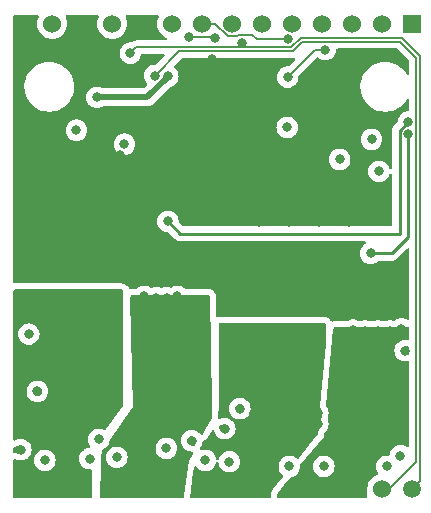
<source format=gbr>
%TF.GenerationSoftware,KiCad,Pcbnew,(6.0.4-0)*%
%TF.CreationDate,2022-08-06T12:57:23-04:00*%
%TF.ProjectId,QuarkCncStepperDrivers,51756172-6b43-46e6-9353-746570706572,rev?*%
%TF.SameCoordinates,Original*%
%TF.FileFunction,Copper,L4,Bot*%
%TF.FilePolarity,Positive*%
%FSLAX46Y46*%
G04 Gerber Fmt 4.6, Leading zero omitted, Abs format (unit mm)*
G04 Created by KiCad (PCBNEW (6.0.4-0)) date 2022-08-06 12:57:23*
%MOMM*%
%LPD*%
G01*
G04 APERTURE LIST*
%TA.AperFunction,ComponentPad*%
%ADD10R,1.524000X1.524000*%
%TD*%
%TA.AperFunction,ComponentPad*%
%ADD11C,1.524000*%
%TD*%
%TA.AperFunction,ComponentPad*%
%ADD12C,1.498600*%
%TD*%
%TA.AperFunction,ComponentPad*%
%ADD13C,0.500000*%
%TD*%
%TA.AperFunction,SMDPad,CuDef*%
%ADD14R,5.000000X5.000000*%
%TD*%
%TA.AperFunction,ViaPad*%
%ADD15C,0.800000*%
%TD*%
%TA.AperFunction,Conductor*%
%ADD16C,0.127000*%
%TD*%
%TA.AperFunction,Conductor*%
%ADD17C,0.250000*%
%TD*%
%TA.AperFunction,Conductor*%
%ADD18C,0.512000*%
%TD*%
G04 APERTURE END LIST*
D10*
%TO.P,J1,1,Pin_1*%
%TO.N,/STEPPER_SCK*%
X134620000Y-104775000D03*
D11*
%TO.P,J1,2,Pin_2*%
%TO.N,/STEPPER_MOSI*%
X132080000Y-104775000D03*
%TO.P,J1,3,Pin_3*%
%TO.N,/STEPPER_MISO*%
X129540000Y-104775000D03*
%TO.P,J1,4,Pin_4*%
%TO.N,/STEPPER_X_CSn*%
X127000000Y-104775000D03*
%TO.P,J1,5,Pin_5*%
%TO.N,/STEPPER_X_STEP*%
X124460000Y-104775000D03*
%TO.P,J1,6,Pin_6*%
%TO.N,/STEPPER_X_DIR*%
X121920000Y-104775000D03*
%TO.P,J1,7,Pin_7*%
%TO.N,/STEPPER_X_ENn*%
X119380000Y-104775000D03*
%TO.P,J1,8,Pin_8*%
%TO.N,+3V3*%
X116840000Y-104775000D03*
%TO.P,J1,9,Pin_9*%
%TO.N,+12V*%
X114300000Y-104775000D03*
%TO.P,J1,10,Pin_10*%
%TO.N,GND*%
X111760000Y-104775000D03*
%TO.P,J1,11,Pin_11*%
%TO.N,VCC*%
X109220000Y-104775000D03*
%TO.P,J1,12,Pin_12*%
%TO.N,GND*%
X106680000Y-104775000D03*
%TO.P,J1,13,Pin_13*%
%TO.N,VCC*%
X104140000Y-104775000D03*
%TO.P,J1,14,Pin_14*%
%TO.N,GND*%
X101600000Y-104775000D03*
%TD*%
%TO.P,J2,1,Pin_1*%
%TO.N,/STEPPER_COIL_A2*%
X101610000Y-144145000D03*
%TO.P,J2,2,Pin_2*%
X104150000Y-144145000D03*
%TO.P,J2,3,Pin_3*%
X106690000Y-144145000D03*
%TO.P,J2,4,Pin_4*%
%TO.N,/STEPPER_COIL_A1*%
X109230000Y-144145000D03*
%TO.P,J2,5,Pin_5*%
X111770000Y-144145000D03*
%TO.P,J2,6,Pin_6*%
X114310000Y-144145000D03*
%TO.P,J2,7,Pin_7*%
%TO.N,/STEPPER_COIL_B2*%
X116850000Y-144145000D03*
%TO.P,J2,8,Pin_8*%
X119390000Y-144145000D03*
%TO.P,J2,9,Pin_9*%
X121930000Y-144145000D03*
%TO.P,J2,10,Pin_10*%
%TO.N,/STEPPER_COIL_B1*%
X124470000Y-144145000D03*
%TO.P,J2,11,Pin_11*%
X127010000Y-144145000D03*
%TO.P,J2,12,Pin_12*%
X129550000Y-144145000D03*
%TO.P,J2,13,Pin_13*%
%TO.N,/STEPPER_DIAG1*%
X132090000Y-144145000D03*
D12*
%TO.P,J2,14,Pin_14*%
%TO.N,/STEPPER_DIAG2*%
X134630000Y-144145000D03*
%TD*%
D13*
%TO.P,U1,49,EP*%
%TO.N,GND*%
X117597246Y-112125000D03*
X116472246Y-115500000D03*
X118722246Y-114375000D03*
X116472246Y-112125000D03*
X116472246Y-116625000D03*
X119847246Y-112125000D03*
X115347246Y-115500000D03*
D14*
X117597246Y-114375000D03*
D13*
X115347246Y-113250000D03*
X115347246Y-116625000D03*
X115347246Y-112125000D03*
X118722246Y-115500000D03*
X115347246Y-114375000D03*
X116472246Y-113250000D03*
X117597246Y-113250000D03*
X118722246Y-112125000D03*
X117597246Y-114375000D03*
X119847246Y-115500000D03*
X119847246Y-113250000D03*
X117597246Y-115500000D03*
X118722246Y-116625000D03*
X119847246Y-116625000D03*
X116472246Y-114375000D03*
X118722246Y-113250000D03*
X117597246Y-116625000D03*
X119847246Y-114375000D03*
%TD*%
D15*
%TO.N,+3V3*%
X124104400Y-106095800D03*
%TO.N,GND*%
X107950000Y-119761000D03*
X127464500Y-117932200D03*
X121666000Y-121576500D03*
X117652800Y-107749400D03*
X129463800Y-114604800D03*
X121756070Y-111617226D03*
X134011489Y-132460000D03*
X118745000Y-139065000D03*
X109905800Y-115911958D03*
X125730000Y-123571000D03*
X110490000Y-119507000D03*
X105156000Y-119761000D03*
X120020000Y-137360000D03*
X129286000Y-121539000D03*
X126746000Y-121539000D03*
X103886000Y-121793000D03*
X124206000Y-121539000D03*
X122377200Y-123723400D03*
X132649500Y-126381426D03*
X108712000Y-121793000D03*
X108204000Y-112471200D03*
X106172000Y-121793000D03*
X101473000Y-140843000D03*
X122428000Y-125603000D03*
X115951000Y-140081000D03*
X113284000Y-119253000D03*
X124739400Y-115973500D03*
X102870000Y-135890000D03*
X108915200Y-108635800D03*
X102870000Y-119761000D03*
X104430000Y-124405000D03*
X102144500Y-131047701D03*
%TO.N,VCC*%
X133604000Y-141351000D03*
X106183593Y-113789951D03*
X107315000Y-141605000D03*
X124206000Y-142240000D03*
X109601000Y-141478000D03*
X108077000Y-139954000D03*
X103505000Y-141732000D03*
X113792000Y-140716000D03*
X131800600Y-117271800D03*
X132461000Y-142240000D03*
X110247144Y-114972549D03*
X119126000Y-141859000D03*
X117094000Y-141732000D03*
X127127000Y-142240000D03*
%TO.N,/STEPPER_COIL_B2*%
X126620000Y-138660000D03*
X126520000Y-131660000D03*
X125620000Y-131660000D03*
X123520000Y-138660000D03*
X122320000Y-137760000D03*
X124620000Y-138660000D03*
X125620000Y-138660000D03*
X126620000Y-137760000D03*
X122720000Y-130760000D03*
X125620000Y-137760000D03*
X123520000Y-137760000D03*
X124620000Y-137760000D03*
X124020000Y-130760000D03*
X122320000Y-138660000D03*
X121220000Y-137760000D03*
X124620000Y-131660000D03*
X126120000Y-130760000D03*
X125120000Y-130760000D03*
X123320000Y-131560000D03*
%TO.N,/STEPPER_COIL_B1*%
X129597246Y-130700000D03*
X130597246Y-130800000D03*
X133697246Y-130600000D03*
X132497246Y-131700000D03*
X129597246Y-131700000D03*
X131597246Y-138000000D03*
X131697246Y-130800000D03*
X129397246Y-137200000D03*
X130397246Y-138000000D03*
X131597246Y-131700000D03*
X132297246Y-137200000D03*
X132697246Y-130800000D03*
X130597246Y-131700000D03*
X130997246Y-137200000D03*
%TO.N,/STEPPER_COIL_A2*%
X108520000Y-134760000D03*
X105320000Y-127860000D03*
X107620000Y-128760000D03*
X106020000Y-135660000D03*
X108520000Y-128760000D03*
X107020000Y-135660000D03*
X106220000Y-127860000D03*
X106520000Y-134760000D03*
X109520000Y-134660000D03*
X108020000Y-135660000D03*
X106720000Y-128760000D03*
X109120000Y-127860000D03*
X109020000Y-135660000D03*
X108020000Y-127860000D03*
X107520000Y-134760000D03*
X105820000Y-128760000D03*
X107120000Y-127860000D03*
%TO.N,/STEPPER_COIL_A1*%
X116020000Y-131860000D03*
X112620000Y-134360000D03*
X111920000Y-127860000D03*
X112320000Y-128760000D03*
X116220000Y-133460000D03*
X114320000Y-128760000D03*
X113120000Y-135160000D03*
X114620000Y-134360000D03*
X113820000Y-127960000D03*
X114720000Y-127860000D03*
X115220000Y-128760000D03*
X115620000Y-134360000D03*
X114120000Y-135160000D03*
X113620000Y-134360000D03*
X112920000Y-127960000D03*
X113320000Y-128760000D03*
X115120000Y-135260000D03*
%TO.N,/STEPPER DRIVER X/hbridge_A2/hbridge_low_side*%
X134289800Y-114122200D03*
X131089400Y-124206000D03*
%TO.N,/STEPPER DRIVER X/hbridge_A3/hbridge_low_side*%
X134289800Y-113080800D03*
X113930000Y-121505000D03*
%TO.N,/STEPPER_X_CSn*%
X124067757Y-109294023D03*
X127254000Y-106959400D03*
%TO.N,/STEPPER_DIAG2*%
X110744000Y-107264200D03*
X120167400Y-106375200D03*
%TO.N,/STEPPER_DIAG1*%
X112801400Y-109169200D03*
%TO.N,/STEPPER_X_ENn*%
X117952348Y-105941980D03*
X115697000Y-105918000D03*
%TO.N,/STEPPER DRIVER X/5VOUT*%
X124029288Y-113543848D03*
X107924600Y-110998000D03*
X113919000Y-109220000D03*
%TO.N,+12V*%
X128473200Y-116255800D03*
X131165600Y-114554000D03*
%TD*%
D16*
%TO.N,+3V3*%
X121462800Y-106095800D02*
X124104400Y-106095800D01*
X116840000Y-104775000D02*
X117917630Y-104775000D01*
X119769206Y-105835768D02*
X119892775Y-105712199D01*
X121079199Y-105712199D02*
X121462800Y-106095800D01*
X118978398Y-105835768D02*
X119769206Y-105835768D01*
X119892775Y-105712199D02*
X121079199Y-105712199D01*
X117917630Y-104775000D02*
X118978398Y-105835768D01*
D17*
%TO.N,/STEPPER DRIVER X/hbridge_A2/hbridge_low_side*%
X132893504Y-124206000D02*
X131089400Y-124206000D01*
X134289800Y-122809704D02*
X132893504Y-124206000D01*
X134289800Y-114122200D02*
X134289800Y-122809704D01*
%TO.N,/STEPPER DRIVER X/hbridge_A3/hbridge_low_side*%
X133553200Y-113817400D02*
X133553200Y-122555000D01*
X133553200Y-122555000D02*
X114980000Y-122555000D01*
X134289800Y-113080800D02*
X133553200Y-113817400D01*
X114980000Y-122555000D02*
X113930000Y-121505000D01*
D16*
%TO.N,/STEPPER_X_CSn*%
X124067757Y-109266022D02*
X126374379Y-106959400D01*
X124067757Y-109294023D02*
X124067757Y-109266022D01*
X126374379Y-106959400D02*
X127254000Y-106959400D01*
%TO.N,/STEPPER_DIAG2*%
X134630000Y-144145000D02*
X135279312Y-143495688D01*
X121033601Y-106758801D02*
X111249399Y-106758801D01*
X135279312Y-107512556D02*
X133736644Y-105969888D01*
X111249399Y-106758801D02*
X110744000Y-107264200D01*
X120167400Y-106375200D02*
X120551001Y-106758801D01*
X120551001Y-106758801D02*
X121033601Y-106758801D01*
X125167938Y-105969888D02*
X124379025Y-106758801D01*
X135279312Y-143495688D02*
X135279312Y-107512556D01*
X124379025Y-106758801D02*
X121033601Y-106758801D01*
X133736644Y-105969888D02*
X125167938Y-105969888D01*
%TO.N,/STEPPER_DIAG1*%
X134952801Y-107647801D02*
X133601399Y-106296399D01*
X132080000Y-144780000D02*
X134952801Y-141907199D01*
X124513182Y-107086400D02*
X114884200Y-107086400D01*
X114884200Y-107086400D02*
X112801400Y-109169200D01*
X133601399Y-106296399D02*
X125303183Y-106296399D01*
X134952801Y-141907199D02*
X134952801Y-107647801D01*
X125303183Y-106296399D02*
X124513182Y-107086400D01*
%TO.N,/STEPPER_X_ENn*%
X115697000Y-105918000D02*
X117928368Y-105918000D01*
X117928368Y-105918000D02*
X117952348Y-105941980D01*
D18*
%TO.N,/STEPPER DRIVER X/5VOUT*%
X113919000Y-109261462D02*
X112182462Y-110998000D01*
X112182462Y-110998000D02*
X107924600Y-110998000D01*
X113919000Y-109220000D02*
X113919000Y-109261462D01*
%TD*%
%TA.AperFunction,Conductor*%
%TO.N,/STEPPER_COIL_A1*%
G36*
X117418243Y-127732839D02*
G01*
X117465177Y-127786109D01*
X117476983Y-127837397D01*
X117547116Y-132258716D01*
X117627192Y-137306773D01*
X117639388Y-138075654D01*
X117624809Y-138136514D01*
X117086680Y-139154966D01*
X116894738Y-139518230D01*
X116845228Y-139569116D01*
X116776068Y-139585156D01*
X116709213Y-139561260D01*
X116689706Y-139543685D01*
X116562253Y-139402134D01*
X116407752Y-139289882D01*
X116401724Y-139287198D01*
X116401722Y-139287197D01*
X116239319Y-139214891D01*
X116239318Y-139214891D01*
X116233288Y-139212206D01*
X116139887Y-139192353D01*
X116052944Y-139173872D01*
X116052939Y-139173872D01*
X116046487Y-139172500D01*
X115855513Y-139172500D01*
X115849061Y-139173872D01*
X115849056Y-139173872D01*
X115762113Y-139192353D01*
X115668712Y-139212206D01*
X115662682Y-139214891D01*
X115662681Y-139214891D01*
X115500278Y-139287197D01*
X115500276Y-139287198D01*
X115494248Y-139289882D01*
X115339747Y-139402134D01*
X115211960Y-139544056D01*
X115116473Y-139709444D01*
X115057458Y-139891072D01*
X115056768Y-139897633D01*
X115056768Y-139897635D01*
X115050844Y-139954000D01*
X115037496Y-140081000D01*
X115057458Y-140270928D01*
X115116473Y-140452556D01*
X115211960Y-140617944D01*
X115339747Y-140759866D01*
X115388450Y-140795251D01*
X115481982Y-140863206D01*
X115494248Y-140872118D01*
X115500276Y-140874802D01*
X115500278Y-140874803D01*
X115638062Y-140936148D01*
X115668712Y-140949794D01*
X115762112Y-140969647D01*
X115849056Y-140988128D01*
X115849061Y-140988128D01*
X115855513Y-140989500D01*
X115908265Y-140989500D01*
X115976386Y-141009502D01*
X116022879Y-141063158D01*
X116032983Y-141133432D01*
X116019670Y-141174364D01*
X115712382Y-141755929D01*
X115712381Y-141755932D01*
X115707280Y-141765586D01*
X115705753Y-141776402D01*
X115279098Y-144798116D01*
X115249769Y-144862771D01*
X115190140Y-144901306D01*
X115154336Y-144906500D01*
X108320938Y-144906500D01*
X108252817Y-144886498D01*
X108206324Y-144832842D01*
X108195008Y-144776307D01*
X108278403Y-142271803D01*
X108304835Y-141478000D01*
X108687496Y-141478000D01*
X108688186Y-141484565D01*
X108702894Y-141624500D01*
X108707458Y-141667928D01*
X108766473Y-141849556D01*
X108861960Y-142014944D01*
X108866378Y-142019851D01*
X108866379Y-142019852D01*
X108976311Y-142141944D01*
X108989747Y-142156866D01*
X109144248Y-142269118D01*
X109150276Y-142271802D01*
X109150278Y-142271803D01*
X109312681Y-142344109D01*
X109318712Y-142346794D01*
X109412112Y-142366647D01*
X109499056Y-142385128D01*
X109499061Y-142385128D01*
X109505513Y-142386500D01*
X109696487Y-142386500D01*
X109702939Y-142385128D01*
X109702944Y-142385128D01*
X109789888Y-142366647D01*
X109883288Y-142346794D01*
X109889319Y-142344109D01*
X110051722Y-142271803D01*
X110051724Y-142271802D01*
X110057752Y-142269118D01*
X110212253Y-142156866D01*
X110225689Y-142141944D01*
X110335621Y-142019852D01*
X110335622Y-142019851D01*
X110340040Y-142014944D01*
X110435527Y-141849556D01*
X110494542Y-141667928D01*
X110499107Y-141624500D01*
X110513814Y-141484565D01*
X110514504Y-141478000D01*
X110507890Y-141415072D01*
X110495232Y-141294635D01*
X110495232Y-141294633D01*
X110494542Y-141288072D01*
X110435527Y-141106444D01*
X110340040Y-140941056D01*
X110314064Y-140912206D01*
X110216675Y-140804045D01*
X110216674Y-140804044D01*
X110212253Y-140799134D01*
X110097829Y-140716000D01*
X112878496Y-140716000D01*
X112879186Y-140722565D01*
X112895187Y-140874803D01*
X112898458Y-140905928D01*
X112957473Y-141087556D01*
X113052960Y-141252944D01*
X113057378Y-141257851D01*
X113057379Y-141257852D01*
X113084589Y-141288072D01*
X113180747Y-141394866D01*
X113208558Y-141415072D01*
X113304207Y-141484565D01*
X113335248Y-141507118D01*
X113341276Y-141509802D01*
X113341278Y-141509803D01*
X113413756Y-141542072D01*
X113509712Y-141584794D01*
X113603113Y-141604647D01*
X113690056Y-141623128D01*
X113690061Y-141623128D01*
X113696513Y-141624500D01*
X113887487Y-141624500D01*
X113893939Y-141623128D01*
X113893944Y-141623128D01*
X113980887Y-141604647D01*
X114074288Y-141584794D01*
X114170244Y-141542072D01*
X114242722Y-141509803D01*
X114242724Y-141509802D01*
X114248752Y-141507118D01*
X114279794Y-141484565D01*
X114375442Y-141415072D01*
X114403253Y-141394866D01*
X114499411Y-141288072D01*
X114526621Y-141257852D01*
X114526622Y-141257851D01*
X114531040Y-141252944D01*
X114626527Y-141087556D01*
X114685542Y-140905928D01*
X114688814Y-140874803D01*
X114704814Y-140722565D01*
X114705504Y-140716000D01*
X114704814Y-140709435D01*
X114686232Y-140532635D01*
X114686232Y-140532633D01*
X114685542Y-140526072D01*
X114626527Y-140344444D01*
X114531040Y-140179056D01*
X114493500Y-140137363D01*
X114407675Y-140042045D01*
X114407674Y-140042044D01*
X114403253Y-140037134D01*
X114248752Y-139924882D01*
X114242724Y-139922198D01*
X114242722Y-139922197D01*
X114080319Y-139849891D01*
X114080318Y-139849891D01*
X114074288Y-139847206D01*
X113980887Y-139827353D01*
X113893944Y-139808872D01*
X113893939Y-139808872D01*
X113887487Y-139807500D01*
X113696513Y-139807500D01*
X113690061Y-139808872D01*
X113690056Y-139808872D01*
X113603113Y-139827353D01*
X113509712Y-139847206D01*
X113503682Y-139849891D01*
X113503681Y-139849891D01*
X113341278Y-139922197D01*
X113341276Y-139922198D01*
X113335248Y-139924882D01*
X113180747Y-140037134D01*
X113176326Y-140042044D01*
X113176325Y-140042045D01*
X113090501Y-140137363D01*
X113052960Y-140179056D01*
X112957473Y-140344444D01*
X112898458Y-140526072D01*
X112897768Y-140532633D01*
X112897768Y-140532635D01*
X112879186Y-140709435D01*
X112878496Y-140716000D01*
X110097829Y-140716000D01*
X110063094Y-140690763D01*
X110063093Y-140690762D01*
X110057752Y-140686882D01*
X110051724Y-140684198D01*
X110051722Y-140684197D01*
X109889319Y-140611891D01*
X109889318Y-140611891D01*
X109883288Y-140609206D01*
X109789887Y-140589353D01*
X109702944Y-140570872D01*
X109702939Y-140570872D01*
X109696487Y-140569500D01*
X109505513Y-140569500D01*
X109499061Y-140570872D01*
X109499056Y-140570872D01*
X109412113Y-140589353D01*
X109318712Y-140609206D01*
X109312682Y-140611891D01*
X109312681Y-140611891D01*
X109150278Y-140684197D01*
X109150276Y-140684198D01*
X109144248Y-140686882D01*
X109138907Y-140690762D01*
X109138906Y-140690763D01*
X109104171Y-140716000D01*
X108989747Y-140799134D01*
X108985326Y-140804044D01*
X108985325Y-140804045D01*
X108887937Y-140912206D01*
X108861960Y-140941056D01*
X108766473Y-141106444D01*
X108707458Y-141288072D01*
X108706768Y-141294633D01*
X108706768Y-141294635D01*
X108694110Y-141415072D01*
X108687496Y-141478000D01*
X108304835Y-141478000D01*
X108319693Y-141031773D01*
X108342662Y-140963338D01*
X108459578Y-140797596D01*
X108511290Y-140755119D01*
X108527719Y-140747805D01*
X108527726Y-140747801D01*
X108533752Y-140745118D01*
X108546019Y-140736206D01*
X108617602Y-140684197D01*
X108688253Y-140632866D01*
X108784411Y-140526072D01*
X108811621Y-140495852D01*
X108811622Y-140495851D01*
X108816040Y-140490944D01*
X108911527Y-140325556D01*
X108970542Y-140143928D01*
X108975841Y-140093511D01*
X108998190Y-140034051D01*
X110922037Y-137306773D01*
X110922037Y-137306772D01*
X110932478Y-137291971D01*
X110751234Y-127895224D01*
X110769919Y-127826730D01*
X110822668Y-127779211D01*
X110876171Y-127766798D01*
X117349961Y-127713399D01*
X117418243Y-127732839D01*
G37*
%TD.AperFunction*%
%TD*%
%TA.AperFunction,Conductor*%
%TO.N,/STEPPER_COIL_B1*%
G36*
X134322922Y-130490002D02*
G01*
X134369415Y-130543658D01*
X134380801Y-130596000D01*
X134380801Y-131454106D01*
X134360799Y-131522227D01*
X134307143Y-131568720D01*
X134236869Y-131578824D01*
X134228604Y-131577353D01*
X134113433Y-131552872D01*
X134113428Y-131552872D01*
X134106976Y-131551500D01*
X133916002Y-131551500D01*
X133909550Y-131552872D01*
X133909545Y-131552872D01*
X133822601Y-131571353D01*
X133729201Y-131591206D01*
X133723171Y-131593891D01*
X133723170Y-131593891D01*
X133560767Y-131666197D01*
X133560765Y-131666198D01*
X133554737Y-131668882D01*
X133400236Y-131781134D01*
X133272449Y-131923056D01*
X133176962Y-132088444D01*
X133117947Y-132270072D01*
X133117257Y-132276633D01*
X133117257Y-132276635D01*
X133109429Y-132351118D01*
X133097985Y-132460000D01*
X133117947Y-132649928D01*
X133176962Y-132831556D01*
X133272449Y-132996944D01*
X133400236Y-133138866D01*
X133554737Y-133251118D01*
X133560765Y-133253802D01*
X133560767Y-133253803D01*
X133723170Y-133326109D01*
X133729201Y-133328794D01*
X133819788Y-133348049D01*
X133909545Y-133367128D01*
X133909550Y-133367128D01*
X133916002Y-133368500D01*
X134106976Y-133368500D01*
X134113428Y-133367128D01*
X134113433Y-133367128D01*
X134228604Y-133342647D01*
X134299395Y-133348049D01*
X134356027Y-133390866D01*
X134380521Y-133457503D01*
X134380801Y-133465894D01*
X134380801Y-140466307D01*
X134360799Y-140534428D01*
X134342984Y-140556306D01*
X134296795Y-140601563D01*
X134234139Y-140634951D01*
X134163379Y-140629165D01*
X134134551Y-140613500D01*
X134066094Y-140563763D01*
X134066093Y-140563762D01*
X134060752Y-140559882D01*
X134054724Y-140557198D01*
X134054722Y-140557197D01*
X133892319Y-140484891D01*
X133892318Y-140484891D01*
X133886288Y-140482206D01*
X133792888Y-140462353D01*
X133705944Y-140443872D01*
X133705939Y-140443872D01*
X133699487Y-140442500D01*
X133508513Y-140442500D01*
X133502061Y-140443872D01*
X133502056Y-140443872D01*
X133415112Y-140462353D01*
X133321712Y-140482206D01*
X133315682Y-140484891D01*
X133315681Y-140484891D01*
X133153278Y-140557197D01*
X133153276Y-140557198D01*
X133147248Y-140559882D01*
X132992747Y-140672134D01*
X132864960Y-140814056D01*
X132769473Y-140979444D01*
X132710458Y-141161072D01*
X132709768Y-141167633D01*
X132709768Y-141167635D01*
X132704157Y-141221021D01*
X132677143Y-141286678D01*
X132618922Y-141327307D01*
X132565677Y-141333160D01*
X132562947Y-141332873D01*
X132556487Y-141331500D01*
X132365513Y-141331500D01*
X132359061Y-141332872D01*
X132359056Y-141332872D01*
X132273773Y-141351000D01*
X132178712Y-141371206D01*
X132172682Y-141373891D01*
X132172681Y-141373891D01*
X132010278Y-141446197D01*
X132010276Y-141446198D01*
X132004248Y-141448882D01*
X131849747Y-141561134D01*
X131721960Y-141703056D01*
X131626473Y-141868444D01*
X131567458Y-142050072D01*
X131547496Y-142240000D01*
X131548186Y-142246565D01*
X131549546Y-142259500D01*
X131567458Y-142429928D01*
X131626473Y-142611556D01*
X131629776Y-142617278D01*
X131629777Y-142617279D01*
X131716210Y-142766986D01*
X131732948Y-142835982D01*
X131709727Y-142903073D01*
X131653485Y-142945875D01*
X131653804Y-142946560D01*
X131648818Y-142948885D01*
X131457311Y-143038186D01*
X131457306Y-143038189D01*
X131452324Y-143040512D01*
X131447817Y-143043668D01*
X131447815Y-143043669D01*
X131274730Y-143164864D01*
X131274727Y-143164866D01*
X131270219Y-143168023D01*
X131113023Y-143325219D01*
X130985512Y-143507324D01*
X130983189Y-143512306D01*
X130983186Y-143512311D01*
X130893883Y-143703822D01*
X130891560Y-143708804D01*
X130834022Y-143923537D01*
X130833543Y-143929017D01*
X130829951Y-143970069D01*
X130817439Y-144010711D01*
X130810000Y-144018000D01*
X130809990Y-144028474D01*
X130809249Y-144780624D01*
X130789180Y-144848725D01*
X130735478Y-144895165D01*
X130683249Y-144906500D01*
X123315686Y-144906500D01*
X123247565Y-144886498D01*
X123201072Y-144832842D01*
X123189687Y-144780347D01*
X123189944Y-144571328D01*
X123210030Y-144503233D01*
X123218918Y-144491100D01*
X124029926Y-143512311D01*
X124309803Y-143174534D01*
X124368667Y-143134842D01*
X124380628Y-143131678D01*
X124387031Y-143130317D01*
X124488288Y-143108794D01*
X124641653Y-143040512D01*
X124656722Y-143033803D01*
X124656724Y-143033802D01*
X124662752Y-143031118D01*
X124817253Y-142918866D01*
X124945040Y-142776944D01*
X125040527Y-142611556D01*
X125099542Y-142429928D01*
X125117455Y-142259500D01*
X125118814Y-142246565D01*
X125119504Y-142240000D01*
X125119852Y-142240037D01*
X125119863Y-142240000D01*
X126213496Y-142240000D01*
X126214186Y-142246565D01*
X126215546Y-142259500D01*
X126233458Y-142429928D01*
X126292473Y-142611556D01*
X126387960Y-142776944D01*
X126515747Y-142918866D01*
X126670248Y-143031118D01*
X126676276Y-143033802D01*
X126676278Y-143033803D01*
X126691347Y-143040512D01*
X126844712Y-143108794D01*
X126938112Y-143128647D01*
X127025056Y-143147128D01*
X127025061Y-143147128D01*
X127031513Y-143148500D01*
X127222487Y-143148500D01*
X127228939Y-143147128D01*
X127228944Y-143147128D01*
X127315888Y-143128647D01*
X127409288Y-143108794D01*
X127562653Y-143040512D01*
X127577722Y-143033803D01*
X127577724Y-143033802D01*
X127583752Y-143031118D01*
X127738253Y-142918866D01*
X127866040Y-142776944D01*
X127961527Y-142611556D01*
X128020542Y-142429928D01*
X128038455Y-142259500D01*
X128039814Y-142246565D01*
X128040504Y-142240000D01*
X128020542Y-142050072D01*
X127961527Y-141868444D01*
X127866040Y-141703056D01*
X127738253Y-141561134D01*
X127583752Y-141448882D01*
X127577724Y-141446198D01*
X127577722Y-141446197D01*
X127415319Y-141373891D01*
X127415318Y-141373891D01*
X127409288Y-141371206D01*
X127314227Y-141351000D01*
X127228944Y-141332872D01*
X127228939Y-141332872D01*
X127222487Y-141331500D01*
X127031513Y-141331500D01*
X127025061Y-141332872D01*
X127025056Y-141332872D01*
X126939773Y-141351000D01*
X126844712Y-141371206D01*
X126838682Y-141373891D01*
X126838681Y-141373891D01*
X126676278Y-141446197D01*
X126676276Y-141446198D01*
X126670248Y-141448882D01*
X126515747Y-141561134D01*
X126387960Y-141703056D01*
X126292473Y-141868444D01*
X126233458Y-142050072D01*
X126213496Y-142240000D01*
X125119863Y-142240000D01*
X125138816Y-142175451D01*
X125147788Y-142163187D01*
X127104919Y-139801166D01*
X127135168Y-139462042D01*
X127161143Y-139395969D01*
X127186609Y-139371302D01*
X127194992Y-139365212D01*
X127231253Y-139338866D01*
X127359040Y-139196944D01*
X127454527Y-139031556D01*
X127513542Y-138849928D01*
X127533504Y-138660000D01*
X127513542Y-138470072D01*
X127454527Y-138288444D01*
X127445611Y-138273001D01*
X127428872Y-138204007D01*
X127445611Y-138146998D01*
X127451224Y-138137277D01*
X127454527Y-138131556D01*
X127513542Y-137949928D01*
X127533504Y-137760000D01*
X127513542Y-137570072D01*
X127454527Y-137388444D01*
X127359040Y-137223056D01*
X127361287Y-137221759D01*
X127341334Y-137165817D01*
X127341627Y-137147443D01*
X127927006Y-130584805D01*
X127952981Y-130518731D01*
X128010556Y-130477189D01*
X128052508Y-130470000D01*
X134254801Y-130470000D01*
X134322922Y-130490002D01*
G37*
%TD.AperFunction*%
%TD*%
%TA.AperFunction,Conductor*%
%TO.N,/STEPPER_COIL_A2*%
G36*
X110079367Y-127290002D02*
G01*
X110125860Y-127343658D01*
X110137246Y-127396000D01*
X110137246Y-137030157D01*
X110114338Y-137102600D01*
X108694110Y-139123694D01*
X108638580Y-139167929D01*
X108567948Y-139175120D01*
X108533904Y-139162542D01*
X108533752Y-139162882D01*
X108528522Y-139160553D01*
X108528516Y-139160551D01*
X108527723Y-139160198D01*
X108527720Y-139160196D01*
X108365319Y-139087891D01*
X108365318Y-139087891D01*
X108359288Y-139085206D01*
X108265888Y-139065353D01*
X108178944Y-139046872D01*
X108178939Y-139046872D01*
X108172487Y-139045500D01*
X107981513Y-139045500D01*
X107975061Y-139046872D01*
X107975056Y-139046872D01*
X107888112Y-139065353D01*
X107794712Y-139085206D01*
X107788682Y-139087891D01*
X107788681Y-139087891D01*
X107626278Y-139160197D01*
X107626276Y-139160198D01*
X107620248Y-139162882D01*
X107465747Y-139275134D01*
X107337960Y-139417056D01*
X107242473Y-139582444D01*
X107183458Y-139764072D01*
X107182768Y-139770633D01*
X107182768Y-139770635D01*
X107165401Y-139935872D01*
X107163496Y-139954000D01*
X107164186Y-139960565D01*
X107174192Y-140055763D01*
X107183458Y-140143928D01*
X107242473Y-140325556D01*
X107245776Y-140331278D01*
X107245777Y-140331279D01*
X107334658Y-140485226D01*
X107334661Y-140485231D01*
X107337960Y-140490944D01*
X107342379Y-140495852D01*
X107342805Y-140496438D01*
X107366664Y-140563305D01*
X107350585Y-140632457D01*
X107299672Y-140681938D01*
X107240870Y-140696500D01*
X107219513Y-140696500D01*
X107213061Y-140697872D01*
X107213056Y-140697872D01*
X107127778Y-140715999D01*
X107032712Y-140736206D01*
X107026682Y-140738891D01*
X107026681Y-140738891D01*
X106864278Y-140811197D01*
X106864276Y-140811198D01*
X106858248Y-140813882D01*
X106852907Y-140817762D01*
X106852906Y-140817763D01*
X106818171Y-140843000D01*
X106703747Y-140926134D01*
X106699326Y-140931044D01*
X106699325Y-140931045D01*
X106601937Y-141039206D01*
X106575960Y-141068056D01*
X106480473Y-141233444D01*
X106421458Y-141415072D01*
X106420768Y-141421633D01*
X106420768Y-141421635D01*
X106408770Y-141535794D01*
X106401496Y-141605000D01*
X106402186Y-141611565D01*
X106416894Y-141751500D01*
X106421458Y-141794928D01*
X106480473Y-141976556D01*
X106575960Y-142141944D01*
X106703747Y-142283866D01*
X106858248Y-142396118D01*
X106864276Y-142398802D01*
X106864278Y-142398803D01*
X106900094Y-142414749D01*
X107032712Y-142473794D01*
X107126113Y-142493647D01*
X107213056Y-142512128D01*
X107213061Y-142512128D01*
X107219513Y-142513500D01*
X107410487Y-142513500D01*
X107410487Y-142516387D01*
X107467881Y-142526865D01*
X107519742Y-142575352D01*
X107537246Y-142639420D01*
X107537246Y-144780500D01*
X107517244Y-144848621D01*
X107463588Y-144895114D01*
X107411246Y-144906500D01*
X100964500Y-144906500D01*
X100896379Y-144886498D01*
X100849886Y-144832842D01*
X100838500Y-144780500D01*
X100838500Y-141748937D01*
X100858502Y-141680816D01*
X100912158Y-141634323D01*
X100982432Y-141624219D01*
X101015552Y-141635680D01*
X101016248Y-141634118D01*
X101190712Y-141711794D01*
X101254888Y-141725435D01*
X101371056Y-141750128D01*
X101371061Y-141750128D01*
X101377513Y-141751500D01*
X101568487Y-141751500D01*
X101574939Y-141750128D01*
X101574944Y-141750128D01*
X101660227Y-141732000D01*
X102591496Y-141732000D01*
X102592186Y-141738565D01*
X102593546Y-141751500D01*
X102611458Y-141921928D01*
X102670473Y-142103556D01*
X102765960Y-142268944D01*
X102893747Y-142410866D01*
X102976664Y-142471109D01*
X103038984Y-142516387D01*
X103048248Y-142523118D01*
X103054276Y-142525802D01*
X103054278Y-142525803D01*
X103165568Y-142575352D01*
X103222712Y-142600794D01*
X103316113Y-142620647D01*
X103403056Y-142639128D01*
X103403061Y-142639128D01*
X103409513Y-142640500D01*
X103600487Y-142640500D01*
X103606939Y-142639128D01*
X103606944Y-142639128D01*
X103693887Y-142620647D01*
X103787288Y-142600794D01*
X103844432Y-142575352D01*
X103955722Y-142525803D01*
X103955724Y-142525802D01*
X103961752Y-142523118D01*
X103971017Y-142516387D01*
X104033336Y-142471109D01*
X104116253Y-142410866D01*
X104244040Y-142268944D01*
X104339527Y-142103556D01*
X104398542Y-141921928D01*
X104416455Y-141751500D01*
X104417814Y-141738565D01*
X104418504Y-141732000D01*
X104417814Y-141725435D01*
X104399232Y-141548635D01*
X104399232Y-141548633D01*
X104398542Y-141542072D01*
X104339527Y-141360444D01*
X104244040Y-141195056D01*
X104116253Y-141053134D01*
X103961752Y-140940882D01*
X103955724Y-140938198D01*
X103955722Y-140938197D01*
X103793319Y-140865891D01*
X103793318Y-140865891D01*
X103787288Y-140863206D01*
X103692227Y-140843000D01*
X103606944Y-140824872D01*
X103606939Y-140824872D01*
X103600487Y-140823500D01*
X103409513Y-140823500D01*
X103403061Y-140824872D01*
X103403056Y-140824872D01*
X103317773Y-140843000D01*
X103222712Y-140863206D01*
X103216682Y-140865891D01*
X103216681Y-140865891D01*
X103054278Y-140938197D01*
X103054276Y-140938198D01*
X103048248Y-140940882D01*
X102893747Y-141053134D01*
X102765960Y-141195056D01*
X102670473Y-141360444D01*
X102611458Y-141542072D01*
X102610768Y-141548633D01*
X102610768Y-141548635D01*
X102592186Y-141725435D01*
X102591496Y-141732000D01*
X101660227Y-141732000D01*
X101691112Y-141725435D01*
X101755288Y-141711794D01*
X101761319Y-141709109D01*
X101923722Y-141636803D01*
X101923724Y-141636802D01*
X101929752Y-141634118D01*
X101960794Y-141611565D01*
X101985157Y-141593864D01*
X102084253Y-141521866D01*
X102181144Y-141414258D01*
X102207621Y-141384852D01*
X102207622Y-141384851D01*
X102212040Y-141379944D01*
X102307527Y-141214556D01*
X102366542Y-141032928D01*
X102375809Y-140944763D01*
X102385814Y-140849565D01*
X102386504Y-140843000D01*
X102384599Y-140824872D01*
X102367232Y-140659635D01*
X102367232Y-140659633D01*
X102366542Y-140653072D01*
X102307527Y-140471444D01*
X102212040Y-140306056D01*
X102084253Y-140164134D01*
X101985157Y-140092136D01*
X101935094Y-140055763D01*
X101935093Y-140055762D01*
X101929752Y-140051882D01*
X101923724Y-140049198D01*
X101923722Y-140049197D01*
X101761319Y-139976891D01*
X101761318Y-139976891D01*
X101755288Y-139974206D01*
X101660227Y-139954000D01*
X101574944Y-139935872D01*
X101574939Y-139935872D01*
X101568487Y-139934500D01*
X101377513Y-139934500D01*
X101371061Y-139935872D01*
X101371056Y-139935872D01*
X101285773Y-139954000D01*
X101190712Y-139974206D01*
X101184682Y-139976891D01*
X101184681Y-139976891D01*
X101022279Y-140049197D01*
X101016248Y-140051882D01*
X101015056Y-140049204D01*
X100958486Y-140062919D01*
X100891398Y-140039689D01*
X100847519Y-139983875D01*
X100838500Y-139937063D01*
X100838500Y-135890000D01*
X101956496Y-135890000D01*
X101976458Y-136079928D01*
X102035473Y-136261556D01*
X102130960Y-136426944D01*
X102258747Y-136568866D01*
X102413248Y-136681118D01*
X102419276Y-136683802D01*
X102419278Y-136683803D01*
X102581681Y-136756109D01*
X102587712Y-136758794D01*
X102681113Y-136778647D01*
X102768056Y-136797128D01*
X102768061Y-136797128D01*
X102774513Y-136798500D01*
X102965487Y-136798500D01*
X102971939Y-136797128D01*
X102971944Y-136797128D01*
X103058887Y-136778647D01*
X103152288Y-136758794D01*
X103158319Y-136756109D01*
X103320722Y-136683803D01*
X103320724Y-136683802D01*
X103326752Y-136681118D01*
X103481253Y-136568866D01*
X103609040Y-136426944D01*
X103704527Y-136261556D01*
X103763542Y-136079928D01*
X103783504Y-135890000D01*
X103763542Y-135700072D01*
X103704527Y-135518444D01*
X103609040Y-135353056D01*
X103481253Y-135211134D01*
X103326752Y-135098882D01*
X103320724Y-135096198D01*
X103320722Y-135096197D01*
X103158319Y-135023891D01*
X103158318Y-135023891D01*
X103152288Y-135021206D01*
X103058887Y-135001353D01*
X102971944Y-134982872D01*
X102971939Y-134982872D01*
X102965487Y-134981500D01*
X102774513Y-134981500D01*
X102768061Y-134982872D01*
X102768056Y-134982872D01*
X102681113Y-135001353D01*
X102587712Y-135021206D01*
X102581682Y-135023891D01*
X102581681Y-135023891D01*
X102419278Y-135096197D01*
X102419276Y-135096198D01*
X102413248Y-135098882D01*
X102258747Y-135211134D01*
X102130960Y-135353056D01*
X102035473Y-135518444D01*
X101976458Y-135700072D01*
X101956496Y-135890000D01*
X100838500Y-135890000D01*
X100838500Y-131047701D01*
X101230996Y-131047701D01*
X101250958Y-131237629D01*
X101309973Y-131419257D01*
X101405460Y-131584645D01*
X101533247Y-131726567D01*
X101687748Y-131838819D01*
X101693776Y-131841503D01*
X101693778Y-131841504D01*
X101856181Y-131913810D01*
X101862212Y-131916495D01*
X101955612Y-131936348D01*
X102042556Y-131954829D01*
X102042561Y-131954829D01*
X102049013Y-131956201D01*
X102239987Y-131956201D01*
X102246439Y-131954829D01*
X102246444Y-131954829D01*
X102333388Y-131936348D01*
X102426788Y-131916495D01*
X102432819Y-131913810D01*
X102595222Y-131841504D01*
X102595224Y-131841503D01*
X102601252Y-131838819D01*
X102755753Y-131726567D01*
X102883540Y-131584645D01*
X102979027Y-131419257D01*
X103038042Y-131237629D01*
X103058004Y-131047701D01*
X103038042Y-130857773D01*
X102979027Y-130676145D01*
X102883540Y-130510757D01*
X102755753Y-130368835D01*
X102601252Y-130256583D01*
X102595224Y-130253899D01*
X102595222Y-130253898D01*
X102432819Y-130181592D01*
X102432818Y-130181592D01*
X102426788Y-130178907D01*
X102333388Y-130159054D01*
X102246444Y-130140573D01*
X102246439Y-130140573D01*
X102239987Y-130139201D01*
X102049013Y-130139201D01*
X102042561Y-130140573D01*
X102042556Y-130140573D01*
X101955612Y-130159054D01*
X101862212Y-130178907D01*
X101856182Y-130181592D01*
X101856181Y-130181592D01*
X101693778Y-130253898D01*
X101693776Y-130253899D01*
X101687748Y-130256583D01*
X101533247Y-130368835D01*
X101405460Y-130510757D01*
X101309973Y-130676145D01*
X101250958Y-130857773D01*
X101230996Y-131047701D01*
X100838500Y-131047701D01*
X100838500Y-127396000D01*
X100858502Y-127327879D01*
X100912158Y-127281386D01*
X100964500Y-127270000D01*
X110011246Y-127270000D01*
X110079367Y-127290002D01*
G37*
%TD.AperFunction*%
%TD*%
%TA.AperFunction,Conductor*%
%TO.N,/STEPPER_COIL_B2*%
G36*
X127239367Y-130120002D02*
G01*
X127285860Y-130173658D01*
X127297246Y-130226000D01*
X127297246Y-131859722D01*
X127296748Y-131870917D01*
X126830158Y-137101821D01*
X126828192Y-137139256D01*
X126827899Y-137157630D01*
X126827923Y-137158797D01*
X126827923Y-137158817D01*
X126828289Y-137176635D01*
X126828668Y-137195075D01*
X126829788Y-137200607D01*
X126829789Y-137200613D01*
X126843876Y-137270172D01*
X126857678Y-137338324D01*
X126859186Y-137342553D01*
X126859188Y-137342559D01*
X126865409Y-137360000D01*
X126877631Y-137394266D01*
X126879339Y-137393657D01*
X126881188Y-137397005D01*
X126914336Y-137479806D01*
X126916586Y-137483703D01*
X126976216Y-137586986D01*
X126986930Y-137611049D01*
X127004403Y-137664824D01*
X127009880Y-137690590D01*
X127015791Y-137746829D01*
X127015791Y-137773171D01*
X127009880Y-137829410D01*
X127004403Y-137855174D01*
X126969919Y-137961307D01*
X126965915Y-137971965D01*
X126952911Y-138002331D01*
X126936172Y-138059340D01*
X126935551Y-138063033D01*
X126919604Y-138157872D01*
X126915953Y-138179582D01*
X126916738Y-138187802D01*
X126916738Y-138187805D01*
X126917797Y-138198891D01*
X126929849Y-138325078D01*
X126946588Y-138394072D01*
X126948257Y-138398241D01*
X126948260Y-138398250D01*
X126962843Y-138434674D01*
X126965915Y-138447205D01*
X126966160Y-138447125D01*
X127004403Y-138564825D01*
X127009880Y-138590590D01*
X127015791Y-138646829D01*
X127015791Y-138673171D01*
X127009880Y-138729410D01*
X127004403Y-138755176D01*
X126986930Y-138808951D01*
X126976217Y-138833013D01*
X126951935Y-138875072D01*
X126947944Y-138881984D01*
X126932460Y-138903296D01*
X126892030Y-138948198D01*
X126879458Y-138960347D01*
X126829342Y-139002463D01*
X126803876Y-139027130D01*
X126802391Y-139028786D01*
X126802386Y-139028792D01*
X126760026Y-139076054D01*
X126755534Y-139081066D01*
X126683246Y-139208095D01*
X126681598Y-139212288D01*
X126658916Y-139269982D01*
X126658914Y-139269990D01*
X126657271Y-139274168D01*
X126623699Y-139416420D01*
X126623300Y-139420899D01*
X126623299Y-139420902D01*
X126611118Y-139557470D01*
X126582638Y-139626667D01*
X126246995Y-140031747D01*
X124993654Y-141544378D01*
X124934790Y-141584070D01*
X124863810Y-141585637D01*
X124817685Y-141560540D01*
X124817253Y-141561134D01*
X124812708Y-141557832D01*
X124812709Y-141557832D01*
X124782376Y-141535794D01*
X124668094Y-141452763D01*
X124668093Y-141452762D01*
X124662752Y-141448882D01*
X124656724Y-141446198D01*
X124656722Y-141446197D01*
X124494319Y-141373891D01*
X124494318Y-141373891D01*
X124488288Y-141371206D01*
X124394887Y-141351353D01*
X124307944Y-141332872D01*
X124307939Y-141332872D01*
X124301487Y-141331500D01*
X124110513Y-141331500D01*
X124104061Y-141332872D01*
X124104056Y-141332872D01*
X124017113Y-141351353D01*
X123923712Y-141371206D01*
X123917682Y-141373891D01*
X123917681Y-141373891D01*
X123755278Y-141446197D01*
X123755276Y-141446198D01*
X123749248Y-141448882D01*
X123743907Y-141452762D01*
X123743906Y-141452763D01*
X123704049Y-141481721D01*
X123594747Y-141561134D01*
X123466960Y-141703056D01*
X123408686Y-141803990D01*
X123375042Y-141862263D01*
X123371473Y-141868444D01*
X123312458Y-142050072D01*
X123292496Y-142240000D01*
X123293186Y-142246565D01*
X123310863Y-142414749D01*
X123312458Y-142429928D01*
X123371473Y-142611556D01*
X123466960Y-142776944D01*
X123594747Y-142918866D01*
X123643909Y-142954584D01*
X123648427Y-142957867D01*
X123691781Y-143014090D01*
X123697856Y-143084826D01*
X123671388Y-143140194D01*
X123642950Y-143174515D01*
X123635023Y-143183219D01*
X123493023Y-143325219D01*
X123489866Y-143329727D01*
X123489864Y-143329730D01*
X123365513Y-143507322D01*
X123365512Y-143507324D01*
X123365509Y-143507322D01*
X123356699Y-143519985D01*
X123153636Y-143765058D01*
X122823514Y-144163475D01*
X122822971Y-144164172D01*
X122822949Y-144164199D01*
X122805248Y-144186909D01*
X122804674Y-144187646D01*
X122795786Y-144199779D01*
X122778390Y-144225080D01*
X122717510Y-144357954D01*
X122697424Y-144426049D01*
X122676444Y-144570697D01*
X122676187Y-144779716D01*
X122674690Y-144779714D01*
X122659640Y-144843004D01*
X122608480Y-144892230D01*
X122550236Y-144906500D01*
X115927428Y-144906500D01*
X115859307Y-144886498D01*
X115812814Y-144832842D01*
X115802666Y-144762884D01*
X115849598Y-144430500D01*
X116001887Y-143351938D01*
X116144189Y-142344108D01*
X116173518Y-142279453D01*
X116233147Y-142240918D01*
X116304143Y-142240738D01*
X116362586Y-142277413D01*
X116482747Y-142410866D01*
X116637248Y-142523118D01*
X116643276Y-142525802D01*
X116643278Y-142525803D01*
X116679094Y-142541749D01*
X116811712Y-142600794D01*
X116905113Y-142620647D01*
X116992056Y-142639128D01*
X116992061Y-142639128D01*
X116998513Y-142640500D01*
X117189487Y-142640500D01*
X117195939Y-142639128D01*
X117195944Y-142639128D01*
X117282887Y-142620647D01*
X117376288Y-142600794D01*
X117508906Y-142541749D01*
X117544722Y-142525803D01*
X117544724Y-142525802D01*
X117550752Y-142523118D01*
X117705253Y-142410866D01*
X117833040Y-142268944D01*
X117928527Y-142103556D01*
X117979331Y-141947197D01*
X118019405Y-141888593D01*
X118084801Y-141860956D01*
X118154758Y-141873063D01*
X118207064Y-141921069D01*
X118224474Y-141972964D01*
X118232458Y-142048928D01*
X118291473Y-142230556D01*
X118294776Y-142236278D01*
X118294777Y-142236279D01*
X118319704Y-142279453D01*
X118386960Y-142395944D01*
X118514747Y-142537866D01*
X118597664Y-142598109D01*
X118654122Y-142639128D01*
X118669248Y-142650118D01*
X118675276Y-142652802D01*
X118675278Y-142652803D01*
X118837681Y-142725109D01*
X118843712Y-142727794D01*
X118937113Y-142747647D01*
X119024056Y-142766128D01*
X119024061Y-142766128D01*
X119030513Y-142767500D01*
X119221487Y-142767500D01*
X119227939Y-142766128D01*
X119227944Y-142766128D01*
X119314887Y-142747647D01*
X119408288Y-142727794D01*
X119414319Y-142725109D01*
X119576722Y-142652803D01*
X119576724Y-142652802D01*
X119582752Y-142650118D01*
X119597879Y-142639128D01*
X119654336Y-142598109D01*
X119737253Y-142537866D01*
X119865040Y-142395944D01*
X119932296Y-142279453D01*
X119957223Y-142236279D01*
X119957224Y-142236278D01*
X119960527Y-142230556D01*
X120019542Y-142048928D01*
X120039504Y-141859000D01*
X120019542Y-141669072D01*
X119960527Y-141487444D01*
X119865040Y-141322056D01*
X119737253Y-141180134D01*
X119582752Y-141067882D01*
X119576724Y-141065198D01*
X119576722Y-141065197D01*
X119414319Y-140992891D01*
X119414318Y-140992891D01*
X119408288Y-140990206D01*
X119305436Y-140968344D01*
X119227944Y-140951872D01*
X119227939Y-140951872D01*
X119221487Y-140950500D01*
X119030513Y-140950500D01*
X119024061Y-140951872D01*
X119024056Y-140951872D01*
X118946564Y-140968344D01*
X118843712Y-140990206D01*
X118837682Y-140992891D01*
X118837681Y-140992891D01*
X118675278Y-141065197D01*
X118675276Y-141065198D01*
X118669248Y-141067882D01*
X118514747Y-141180134D01*
X118386960Y-141322056D01*
X118291473Y-141487444D01*
X118267530Y-141561134D01*
X118240669Y-141643802D01*
X118200595Y-141702407D01*
X118135199Y-141730044D01*
X118065242Y-141717937D01*
X118012936Y-141669931D01*
X117995526Y-141618036D01*
X117988232Y-141548634D01*
X117988231Y-141548631D01*
X117987542Y-141542072D01*
X117928527Y-141360444D01*
X117833040Y-141195056D01*
X117705253Y-141053134D01*
X117595322Y-140973264D01*
X117556094Y-140944763D01*
X117556093Y-140944762D01*
X117550752Y-140940882D01*
X117544724Y-140938198D01*
X117544722Y-140938197D01*
X117382319Y-140865891D01*
X117382318Y-140865891D01*
X117376288Y-140863206D01*
X117282887Y-140843353D01*
X117195944Y-140824872D01*
X117195939Y-140824872D01*
X117189487Y-140823500D01*
X116998513Y-140823500D01*
X116992061Y-140824872D01*
X116992056Y-140824872D01*
X116905113Y-140843353D01*
X116811712Y-140863206D01*
X116802907Y-140867126D01*
X116801158Y-140867361D01*
X116799400Y-140867932D01*
X116799296Y-140867610D01*
X116732542Y-140876563D01*
X116668244Y-140846459D01*
X116630428Y-140786372D01*
X116631101Y-140715378D01*
X116638710Y-140696169D01*
X116654290Y-140664663D01*
X116673598Y-140636205D01*
X116685620Y-140622853D01*
X116690040Y-140617944D01*
X116726696Y-140554455D01*
X116782223Y-140458279D01*
X116782224Y-140458278D01*
X116785527Y-140452556D01*
X116833181Y-140305892D01*
X116840064Y-140288987D01*
X116924005Y-140119243D01*
X116972131Y-140067047D01*
X116991304Y-140057655D01*
X117089074Y-140019655D01*
X117089076Y-140019654D01*
X117097476Y-140016389D01*
X117213269Y-139927205D01*
X117262779Y-139876319D01*
X117279463Y-139853384D01*
X117346110Y-139761763D01*
X117346111Y-139761762D01*
X117348757Y-139758124D01*
X117622103Y-139240795D01*
X117671613Y-139189909D01*
X117740773Y-139173869D01*
X117807627Y-139197765D01*
X117853341Y-139260723D01*
X117910473Y-139436556D01*
X118005960Y-139601944D01*
X118010378Y-139606851D01*
X118010379Y-139606852D01*
X118129325Y-139738955D01*
X118133747Y-139743866D01*
X118288248Y-139856118D01*
X118294276Y-139858802D01*
X118294278Y-139858803D01*
X118454089Y-139929955D01*
X118462712Y-139933794D01*
X118556112Y-139953647D01*
X118643056Y-139972128D01*
X118643061Y-139972128D01*
X118649513Y-139973500D01*
X118840487Y-139973500D01*
X118846939Y-139972128D01*
X118846944Y-139972128D01*
X118933888Y-139953647D01*
X119027288Y-139933794D01*
X119035911Y-139929955D01*
X119195722Y-139858803D01*
X119195724Y-139858802D01*
X119201752Y-139856118D01*
X119356253Y-139743866D01*
X119360675Y-139738955D01*
X119479621Y-139606852D01*
X119479622Y-139606851D01*
X119484040Y-139601944D01*
X119579527Y-139436556D01*
X119638542Y-139254928D01*
X119640028Y-139240795D01*
X119657814Y-139071565D01*
X119658504Y-139065000D01*
X119646228Y-138948198D01*
X119639232Y-138881635D01*
X119639232Y-138881633D01*
X119638542Y-138875072D01*
X119579527Y-138693444D01*
X119569630Y-138676301D01*
X119520144Y-138590590D01*
X119484040Y-138528056D01*
X119411170Y-138447125D01*
X119360675Y-138391045D01*
X119360674Y-138391044D01*
X119356253Y-138386134D01*
X119201752Y-138273882D01*
X119195724Y-138271198D01*
X119195722Y-138271197D01*
X119033319Y-138198891D01*
X119033318Y-138198891D01*
X119027288Y-138196206D01*
X118933887Y-138176353D01*
X118846944Y-138157872D01*
X118846939Y-138157872D01*
X118840487Y-138156500D01*
X118649513Y-138156500D01*
X118643061Y-138157872D01*
X118643056Y-138157872D01*
X118556113Y-138176353D01*
X118462712Y-138196206D01*
X118322464Y-138258648D01*
X118252098Y-138268082D01*
X118187801Y-138237976D01*
X118149987Y-138177887D01*
X118145972Y-138129756D01*
X118152390Y-138071441D01*
X118152823Y-138067510D01*
X118146649Y-137678289D01*
X118159688Y-137620439D01*
X118212805Y-137513025D01*
X118219246Y-137500000D01*
X118219246Y-137360000D01*
X119106496Y-137360000D01*
X119107186Y-137366565D01*
X119119498Y-137483703D01*
X119126458Y-137549928D01*
X119185473Y-137731556D01*
X119280960Y-137896944D01*
X119285378Y-137901851D01*
X119285379Y-137901852D01*
X119348518Y-137971975D01*
X119408747Y-138038866D01*
X119563248Y-138151118D01*
X119569276Y-138153802D01*
X119569278Y-138153803D01*
X119670548Y-138198891D01*
X119737712Y-138228794D01*
X119831112Y-138248647D01*
X119918056Y-138267128D01*
X119918061Y-138267128D01*
X119924513Y-138268500D01*
X120115487Y-138268500D01*
X120121939Y-138267128D01*
X120121944Y-138267128D01*
X120208888Y-138248647D01*
X120302288Y-138228794D01*
X120369452Y-138198891D01*
X120470722Y-138153803D01*
X120470724Y-138153802D01*
X120476752Y-138151118D01*
X120631253Y-138038866D01*
X120691482Y-137971975D01*
X120754621Y-137901852D01*
X120754622Y-137901851D01*
X120759040Y-137896944D01*
X120854527Y-137731556D01*
X120913542Y-137549928D01*
X120920503Y-137483703D01*
X120932814Y-137366565D01*
X120933504Y-137360000D01*
X120913542Y-137170072D01*
X120854527Y-136988444D01*
X120759040Y-136823056D01*
X120631253Y-136681134D01*
X120476752Y-136568882D01*
X120470724Y-136566198D01*
X120470722Y-136566197D01*
X120308319Y-136493891D01*
X120308318Y-136493891D01*
X120302288Y-136491206D01*
X120208887Y-136471353D01*
X120121944Y-136452872D01*
X120121939Y-136452872D01*
X120115487Y-136451500D01*
X119924513Y-136451500D01*
X119918061Y-136452872D01*
X119918056Y-136452872D01*
X119831113Y-136471353D01*
X119737712Y-136491206D01*
X119731682Y-136493891D01*
X119731681Y-136493891D01*
X119569278Y-136566197D01*
X119569276Y-136566198D01*
X119563248Y-136568882D01*
X119408747Y-136681134D01*
X119280960Y-136823056D01*
X119185473Y-136988444D01*
X119126458Y-137170072D01*
X119106496Y-137360000D01*
X118219246Y-137360000D01*
X118219246Y-130226000D01*
X118239248Y-130157879D01*
X118292904Y-130111386D01*
X118345246Y-130100000D01*
X127171246Y-130100000D01*
X127239367Y-130120002D01*
G37*
%TD.AperFunction*%
%TD*%
%TA.AperFunction,Conductor*%
%TO.N,GND*%
G36*
X101527466Y-140450753D02*
G01*
X101582784Y-140462511D01*
X101607835Y-140470651D01*
X101659488Y-140493649D01*
X101682298Y-140506819D01*
X101728048Y-140540058D01*
X101747624Y-140557683D01*
X101785460Y-140599704D01*
X101800944Y-140621016D01*
X101829217Y-140669987D01*
X101839930Y-140694049D01*
X101857403Y-140747824D01*
X101862880Y-140773587D01*
X101868792Y-140829832D01*
X101868791Y-140856173D01*
X101862879Y-140912411D01*
X101857403Y-140938174D01*
X101839930Y-140991950D01*
X101829217Y-141016013D01*
X101800944Y-141064984D01*
X101785460Y-141086296D01*
X101747621Y-141128320D01*
X101728047Y-141145945D01*
X101701802Y-141165012D01*
X101683330Y-141178433D01*
X101682309Y-141179175D01*
X101659494Y-141192349D01*
X101609045Y-141214810D01*
X101607829Y-141215351D01*
X101582782Y-141223489D01*
X101578115Y-141224481D01*
X101553464Y-141229721D01*
X101553461Y-141229722D01*
X101527465Y-141235248D01*
X101501276Y-141238000D01*
X101444730Y-141238000D01*
X101418534Y-141235247D01*
X101417044Y-141234930D01*
X101363216Y-141223489D01*
X101338169Y-141215351D01*
X101256917Y-141179175D01*
X101227160Y-141165926D01*
X101227148Y-141165921D01*
X101225106Y-141165012D01*
X101156367Y-141140105D01*
X101151987Y-141139516D01*
X101150356Y-141138952D01*
X101055510Y-141115946D01*
X100964500Y-141115946D01*
X100896379Y-141095944D01*
X100849886Y-141042288D01*
X100838500Y-140989946D01*
X100838500Y-140699495D01*
X100858502Y-140631374D01*
X100912158Y-140584881D01*
X100952540Y-140574064D01*
X100988651Y-140570621D01*
X101074990Y-140562390D01*
X101074995Y-140562389D01*
X101079475Y-140561962D01*
X101084165Y-140560825D01*
X101084170Y-140560847D01*
X101084294Y-140560826D01*
X101084484Y-140560828D01*
X101084775Y-140560746D01*
X101086496Y-140560457D01*
X101086451Y-140560271D01*
X101126267Y-140550618D01*
X101126269Y-140550617D01*
X101136045Y-140548247D01*
X101135658Y-140546650D01*
X101137959Y-140545677D01*
X101225107Y-140520988D01*
X101338179Y-140470646D01*
X101363213Y-140462511D01*
X101418534Y-140450752D01*
X101444723Y-140448000D01*
X101501270Y-140448000D01*
X101527466Y-140450753D01*
G37*
%TD.AperFunction*%
%TA.AperFunction,Conductor*%
G36*
X116005466Y-139688753D02*
G01*
X116060784Y-139700511D01*
X116085835Y-139708651D01*
X116137488Y-139731649D01*
X116160297Y-139744817D01*
X116206054Y-139778062D01*
X116225624Y-139795683D01*
X116308101Y-139887283D01*
X116309252Y-139888435D01*
X116309264Y-139888447D01*
X116326995Y-139906183D01*
X116345991Y-139925185D01*
X116347207Y-139926280D01*
X116347773Y-139926818D01*
X116383407Y-139988224D01*
X116380184Y-140059148D01*
X116375921Y-140069916D01*
X116364474Y-140095347D01*
X116357591Y-140112252D01*
X116344813Y-140147212D01*
X116344455Y-140148314D01*
X116317929Y-140229953D01*
X116307214Y-140254019D01*
X116269613Y-140319144D01*
X116259681Y-140333848D01*
X116248670Y-140347903D01*
X116229362Y-140376361D01*
X116193995Y-140437043D01*
X116193391Y-140436691D01*
X116145415Y-140485244D01*
X116076132Y-140500750D01*
X116057589Y-140498141D01*
X116057250Y-140498067D01*
X116052934Y-140496800D01*
X116048482Y-140496160D01*
X116048478Y-140496159D01*
X115916203Y-140477141D01*
X115907939Y-140475671D01*
X115841215Y-140461489D01*
X115816165Y-140453349D01*
X115764512Y-140430351D01*
X115741702Y-140417181D01*
X115695952Y-140383942D01*
X115676376Y-140366317D01*
X115638540Y-140324296D01*
X115623056Y-140302984D01*
X115594783Y-140254013D01*
X115584070Y-140229950D01*
X115566597Y-140176174D01*
X115561120Y-140150411D01*
X115557000Y-140111214D01*
X115555208Y-140094166D01*
X115555208Y-140067831D01*
X115561119Y-140011593D01*
X115566596Y-139985829D01*
X115584070Y-139932049D01*
X115594784Y-139907985D01*
X115623057Y-139859015D01*
X115638540Y-139837704D01*
X115676376Y-139795683D01*
X115695946Y-139778062D01*
X115741705Y-139744815D01*
X115764511Y-139731649D01*
X115816176Y-139708647D01*
X115841213Y-139700511D01*
X115896534Y-139688752D01*
X115922723Y-139686000D01*
X115979270Y-139686000D01*
X116005466Y-139688753D01*
G37*
%TD.AperFunction*%
%TA.AperFunction,Conductor*%
G36*
X118799466Y-138672753D02*
G01*
X118854784Y-138684511D01*
X118879835Y-138692651D01*
X118931488Y-138715649D01*
X118954298Y-138728819D01*
X119000048Y-138762058D01*
X119019624Y-138779683D01*
X119057461Y-138821705D01*
X119072944Y-138843016D01*
X119101216Y-138891985D01*
X119111930Y-138916049D01*
X119129403Y-138969825D01*
X119134880Y-138995587D01*
X119140792Y-139051833D01*
X119140792Y-139078168D01*
X119138746Y-139097634D01*
X119134881Y-139134408D01*
X119129404Y-139160173D01*
X119111930Y-139213951D01*
X119101217Y-139238013D01*
X119072944Y-139286984D01*
X119057461Y-139308294D01*
X119019626Y-139350315D01*
X119000051Y-139367941D01*
X118954300Y-139401181D01*
X118931491Y-139414350D01*
X118879821Y-139437354D01*
X118854787Y-139445489D01*
X118799466Y-139457248D01*
X118773277Y-139460000D01*
X118716730Y-139460000D01*
X118690534Y-139457247D01*
X118689044Y-139456930D01*
X118635216Y-139445489D01*
X118610165Y-139437349D01*
X118558512Y-139414351D01*
X118535701Y-139401181D01*
X118489950Y-139367941D01*
X118470374Y-139350314D01*
X118432541Y-139308295D01*
X118417060Y-139286988D01*
X118388784Y-139238015D01*
X118378069Y-139213949D01*
X118343238Y-139106750D01*
X118343237Y-139106747D01*
X118341708Y-139102042D01*
X118329551Y-139078173D01*
X118280780Y-138982422D01*
X118268858Y-138959015D01*
X118269433Y-138958722D01*
X118251867Y-138893712D01*
X118273342Y-138826041D01*
X118327994Y-138780723D01*
X118361095Y-138771563D01*
X118386240Y-138768192D01*
X118386242Y-138768191D01*
X118390699Y-138767594D01*
X118395025Y-138766368D01*
X118395027Y-138766368D01*
X118461010Y-138747674D01*
X118531322Y-138727754D01*
X118535429Y-138725925D01*
X118535433Y-138725924D01*
X118610172Y-138692648D01*
X118635214Y-138684511D01*
X118690534Y-138672752D01*
X118716722Y-138670000D01*
X118773270Y-138670000D01*
X118799466Y-138672753D01*
G37*
%TD.AperFunction*%
%TA.AperFunction,Conductor*%
G36*
X120074466Y-136967753D02*
G01*
X120129784Y-136979511D01*
X120154835Y-136987651D01*
X120206488Y-137010649D01*
X120229298Y-137023819D01*
X120275048Y-137057058D01*
X120294624Y-137074683D01*
X120332460Y-137116704D01*
X120347944Y-137138016D01*
X120376217Y-137186987D01*
X120386930Y-137211049D01*
X120404403Y-137264824D01*
X120409879Y-137290582D01*
X120410542Y-137296886D01*
X120397775Y-137366725D01*
X120394351Y-137373067D01*
X120388776Y-137382722D01*
X120388774Y-137382726D01*
X120385473Y-137388444D01*
X120383431Y-137394729D01*
X120342226Y-137521545D01*
X120326458Y-137570072D01*
X120325768Y-137576636D01*
X120324394Y-137583100D01*
X120322580Y-137582714D01*
X120298988Y-137640050D01*
X120274755Y-137663155D01*
X120229296Y-137696183D01*
X120206483Y-137709354D01*
X120154828Y-137732352D01*
X120129786Y-137740489D01*
X120074466Y-137752248D01*
X120048278Y-137755000D01*
X119991730Y-137755000D01*
X119965534Y-137752247D01*
X119964044Y-137751930D01*
X119910216Y-137740489D01*
X119885165Y-137732349D01*
X119833512Y-137709351D01*
X119810701Y-137696181D01*
X119764950Y-137662941D01*
X119745374Y-137645314D01*
X119707541Y-137603295D01*
X119692059Y-137581986D01*
X119663783Y-137533011D01*
X119653069Y-137508948D01*
X119635597Y-137455176D01*
X119630120Y-137429410D01*
X119624209Y-137373171D01*
X119624209Y-137346829D01*
X119630120Y-137290590D01*
X119635597Y-137264824D01*
X119653070Y-137211049D01*
X119663783Y-137186987D01*
X119692056Y-137138016D01*
X119707540Y-137116704D01*
X119745376Y-137074683D01*
X119764946Y-137057062D01*
X119810705Y-137023815D01*
X119833511Y-137010649D01*
X119885176Y-136987647D01*
X119910213Y-136979511D01*
X119965534Y-136967752D01*
X119991723Y-136965000D01*
X120048270Y-136965000D01*
X120074466Y-136967753D01*
G37*
%TD.AperFunction*%
%TA.AperFunction,Conductor*%
G36*
X102924466Y-135497753D02*
G01*
X102979784Y-135509511D01*
X103004835Y-135517651D01*
X103056488Y-135540649D01*
X103079298Y-135553819D01*
X103125048Y-135587058D01*
X103144624Y-135604683D01*
X103182460Y-135646704D01*
X103197944Y-135668016D01*
X103226217Y-135716987D01*
X103236930Y-135741049D01*
X103254403Y-135794824D01*
X103259880Y-135820590D01*
X103265791Y-135876829D01*
X103265791Y-135903171D01*
X103259880Y-135959410D01*
X103254403Y-135985176D01*
X103236930Y-136038951D01*
X103226217Y-136063013D01*
X103197944Y-136111984D01*
X103182460Y-136133296D01*
X103144624Y-136175317D01*
X103125054Y-136192938D01*
X103079295Y-136226185D01*
X103056489Y-136239351D01*
X103004824Y-136262353D01*
X102979787Y-136270489D01*
X102924466Y-136282248D01*
X102898277Y-136285000D01*
X102841730Y-136285000D01*
X102815534Y-136282247D01*
X102814044Y-136281930D01*
X102760216Y-136270489D01*
X102735165Y-136262349D01*
X102683512Y-136239351D01*
X102660702Y-136226181D01*
X102614952Y-136192942D01*
X102595376Y-136175317D01*
X102557540Y-136133296D01*
X102542056Y-136111984D01*
X102513783Y-136063013D01*
X102503070Y-136038951D01*
X102485597Y-135985176D01*
X102480120Y-135959410D01*
X102474209Y-135903171D01*
X102474209Y-135876829D01*
X102480120Y-135820590D01*
X102485597Y-135794824D01*
X102503070Y-135741049D01*
X102513783Y-135716987D01*
X102542056Y-135668016D01*
X102557540Y-135646704D01*
X102595376Y-135604683D01*
X102614946Y-135587062D01*
X102660705Y-135553815D01*
X102683511Y-135540649D01*
X102735176Y-135517647D01*
X102760213Y-135509511D01*
X102815534Y-135497752D01*
X102841723Y-135495000D01*
X102898270Y-135495000D01*
X102924466Y-135497753D01*
G37*
%TD.AperFunction*%
%TA.AperFunction,Conductor*%
G36*
X134065955Y-132067753D02*
G01*
X134121401Y-132079539D01*
X134121461Y-132079551D01*
X134121841Y-132079632D01*
X134122220Y-132079706D01*
X134122279Y-132079718D01*
X134135321Y-132082263D01*
X134138626Y-132082908D01*
X134146891Y-132084379D01*
X134147344Y-132084452D01*
X134147398Y-132084461D01*
X134153796Y-132085489D01*
X134163791Y-132087097D01*
X134254801Y-132087097D01*
X134322922Y-132107099D01*
X134369415Y-132160755D01*
X134380801Y-132213097D01*
X134380801Y-132705215D01*
X134360799Y-132773336D01*
X134307143Y-132819829D01*
X134263192Y-132830935D01*
X134126331Y-132840069D01*
X134126328Y-132840069D01*
X134121839Y-132840369D01*
X134065954Y-132852248D01*
X134039766Y-132855000D01*
X133983219Y-132855000D01*
X133957023Y-132852247D01*
X133955533Y-132851930D01*
X133901705Y-132840489D01*
X133876654Y-132832349D01*
X133825001Y-132809351D01*
X133802191Y-132796181D01*
X133756441Y-132762942D01*
X133736865Y-132745317D01*
X133699029Y-132703296D01*
X133683545Y-132681984D01*
X133655272Y-132633013D01*
X133644559Y-132608950D01*
X133627086Y-132555174D01*
X133621609Y-132529411D01*
X133621579Y-132529124D01*
X133615697Y-132473166D01*
X133615697Y-132446831D01*
X133621608Y-132390593D01*
X133627085Y-132364829D01*
X133644559Y-132311049D01*
X133655273Y-132286985D01*
X133683546Y-132238015D01*
X133699029Y-132216704D01*
X133736865Y-132174683D01*
X133756435Y-132157062D01*
X133802194Y-132123815D01*
X133825000Y-132110649D01*
X133876665Y-132087647D01*
X133901702Y-132079511D01*
X133957023Y-132067752D01*
X133983212Y-132065000D01*
X134039758Y-132065000D01*
X134065955Y-132067753D01*
G37*
%TD.AperFunction*%
%TA.AperFunction,Conductor*%
G36*
X102963592Y-104033502D02*
G01*
X103010085Y-104087158D01*
X103020189Y-104157432D01*
X103009666Y-104192750D01*
X102941560Y-104338804D01*
X102884022Y-104553537D01*
X102864647Y-104775000D01*
X102884022Y-104996463D01*
X102941560Y-105211196D01*
X102943882Y-105216177D01*
X102943883Y-105216178D01*
X103033186Y-105407689D01*
X103033189Y-105407694D01*
X103035512Y-105412676D01*
X103038668Y-105417183D01*
X103038669Y-105417185D01*
X103113322Y-105523800D01*
X103163023Y-105594781D01*
X103320219Y-105751977D01*
X103324727Y-105755134D01*
X103324730Y-105755136D01*
X103400495Y-105808187D01*
X103502323Y-105879488D01*
X103507305Y-105881811D01*
X103507310Y-105881814D01*
X103646258Y-105946606D01*
X103703804Y-105973440D01*
X103709112Y-105974862D01*
X103709114Y-105974863D01*
X103774949Y-105992503D01*
X103918537Y-106030978D01*
X104140000Y-106050353D01*
X104361463Y-106030978D01*
X104505051Y-105992503D01*
X104570886Y-105974863D01*
X104570888Y-105974862D01*
X104576196Y-105973440D01*
X104633742Y-105946606D01*
X104772690Y-105881814D01*
X104772695Y-105881811D01*
X104777677Y-105879488D01*
X104879505Y-105808187D01*
X104955270Y-105755136D01*
X104955273Y-105755134D01*
X104959781Y-105751977D01*
X105116977Y-105594781D01*
X105166679Y-105523800D01*
X105241331Y-105417185D01*
X105241332Y-105417183D01*
X105244488Y-105412676D01*
X105246811Y-105407694D01*
X105246814Y-105407689D01*
X105336117Y-105216178D01*
X105336118Y-105216177D01*
X105338440Y-105211196D01*
X105395978Y-104996463D01*
X105415353Y-104775000D01*
X105395978Y-104553537D01*
X105338440Y-104338804D01*
X105270334Y-104192750D01*
X105259673Y-104122558D01*
X105288653Y-104057746D01*
X105348073Y-104018889D01*
X105384529Y-104013500D01*
X107975471Y-104013500D01*
X108043592Y-104033502D01*
X108090085Y-104087158D01*
X108100189Y-104157432D01*
X108089666Y-104192750D01*
X108021560Y-104338804D01*
X107964022Y-104553537D01*
X107944647Y-104775000D01*
X107964022Y-104996463D01*
X108021560Y-105211196D01*
X108023882Y-105216177D01*
X108023883Y-105216178D01*
X108113186Y-105407689D01*
X108113189Y-105407694D01*
X108115512Y-105412676D01*
X108118668Y-105417183D01*
X108118669Y-105417185D01*
X108193322Y-105523800D01*
X108243023Y-105594781D01*
X108400219Y-105751977D01*
X108404727Y-105755134D01*
X108404730Y-105755136D01*
X108480495Y-105808187D01*
X108582323Y-105879488D01*
X108587305Y-105881811D01*
X108587310Y-105881814D01*
X108726258Y-105946606D01*
X108783804Y-105973440D01*
X108789112Y-105974862D01*
X108789114Y-105974863D01*
X108854949Y-105992503D01*
X108998537Y-106030978D01*
X109220000Y-106050353D01*
X109441463Y-106030978D01*
X109585051Y-105992503D01*
X109650886Y-105974863D01*
X109650888Y-105974862D01*
X109656196Y-105973440D01*
X109713742Y-105946606D01*
X109852690Y-105881814D01*
X109852695Y-105881811D01*
X109857677Y-105879488D01*
X109959505Y-105808187D01*
X110035270Y-105755136D01*
X110035273Y-105755134D01*
X110039781Y-105751977D01*
X110196977Y-105594781D01*
X110246679Y-105523800D01*
X110321331Y-105417185D01*
X110321332Y-105417183D01*
X110324488Y-105412676D01*
X110326811Y-105407694D01*
X110326814Y-105407689D01*
X110416117Y-105216178D01*
X110416118Y-105216177D01*
X110418440Y-105211196D01*
X110475978Y-104996463D01*
X110495353Y-104775000D01*
X110475978Y-104553537D01*
X110418440Y-104338804D01*
X110350334Y-104192750D01*
X110339673Y-104122558D01*
X110368653Y-104057746D01*
X110428073Y-104018889D01*
X110464529Y-104013500D01*
X113055471Y-104013500D01*
X113123592Y-104033502D01*
X113170085Y-104087158D01*
X113180189Y-104157432D01*
X113169666Y-104192750D01*
X113101560Y-104338804D01*
X113044022Y-104553537D01*
X113024647Y-104775000D01*
X113044022Y-104996463D01*
X113101560Y-105211196D01*
X113103882Y-105216177D01*
X113103883Y-105216178D01*
X113193186Y-105407689D01*
X113193189Y-105407694D01*
X113195512Y-105412676D01*
X113198668Y-105417183D01*
X113198669Y-105417185D01*
X113273322Y-105523800D01*
X113323023Y-105594781D01*
X113480219Y-105751977D01*
X113484727Y-105755134D01*
X113484730Y-105755136D01*
X113560495Y-105808187D01*
X113662323Y-105879488D01*
X113667305Y-105881811D01*
X113667310Y-105881814D01*
X113806258Y-105946606D01*
X113859543Y-105993523D01*
X113879004Y-106061801D01*
X113858462Y-106129761D01*
X113804439Y-106175826D01*
X113753008Y-106186801D01*
X111295143Y-106186801D01*
X111278697Y-106185723D01*
X111257588Y-106182944D01*
X111257587Y-106182944D01*
X111249399Y-106181866D01*
X111241211Y-106182944D01*
X111241210Y-106182944D01*
X111211920Y-106186800D01*
X111211908Y-106186801D01*
X111211905Y-106186801D01*
X111211896Y-106186802D01*
X111130774Y-106197483D01*
X111100077Y-106201524D01*
X111092445Y-106204685D01*
X111092446Y-106204685D01*
X110968559Y-106256000D01*
X110968557Y-106256001D01*
X110960931Y-106259160D01*
X110954381Y-106264186D01*
X110912840Y-106296062D01*
X110869052Y-106329662D01*
X110802831Y-106355263D01*
X110792347Y-106355700D01*
X110648513Y-106355700D01*
X110642061Y-106357072D01*
X110642056Y-106357072D01*
X110555112Y-106375553D01*
X110461712Y-106395406D01*
X110455682Y-106398091D01*
X110455681Y-106398091D01*
X110293278Y-106470397D01*
X110293276Y-106470398D01*
X110287248Y-106473082D01*
X110132747Y-106585334D01*
X110004960Y-106727256D01*
X109909473Y-106892644D01*
X109850458Y-107074272D01*
X109849768Y-107080833D01*
X109849768Y-107080835D01*
X109831186Y-107257635D01*
X109830496Y-107264200D01*
X109831186Y-107270765D01*
X109845238Y-107404459D01*
X109850458Y-107454128D01*
X109909473Y-107635756D01*
X109912776Y-107641478D01*
X109912777Y-107641479D01*
X109943854Y-107695305D01*
X110004960Y-107801144D01*
X110009378Y-107806051D01*
X110009379Y-107806052D01*
X110127214Y-107936921D01*
X110132747Y-107943066D01*
X110287248Y-108055318D01*
X110293276Y-108058002D01*
X110293278Y-108058003D01*
X110327919Y-108073426D01*
X110461712Y-108132994D01*
X110555112Y-108152847D01*
X110642056Y-108171328D01*
X110642061Y-108171328D01*
X110648513Y-108172700D01*
X110839487Y-108172700D01*
X110845939Y-108171328D01*
X110845944Y-108171328D01*
X110932887Y-108152847D01*
X111026288Y-108132994D01*
X111160081Y-108073426D01*
X111194722Y-108058003D01*
X111194724Y-108058002D01*
X111200752Y-108055318D01*
X111355253Y-107943066D01*
X111360786Y-107936921D01*
X111478621Y-107806052D01*
X111478622Y-107806051D01*
X111483040Y-107801144D01*
X111544146Y-107695305D01*
X111575223Y-107641479D01*
X111575224Y-107641478D01*
X111578527Y-107635756D01*
X111637542Y-107454128D01*
X111638645Y-107443634D01*
X111639519Y-107441510D01*
X111639606Y-107441100D01*
X111639681Y-107441116D01*
X111665656Y-107377976D01*
X111723877Y-107337345D01*
X111763955Y-107330801D01*
X113526679Y-107330801D01*
X113594800Y-107350803D01*
X113641293Y-107404459D01*
X113651397Y-107474733D01*
X113621903Y-107539313D01*
X113615774Y-107545896D01*
X112937875Y-108223795D01*
X112875563Y-108257821D01*
X112848780Y-108260700D01*
X112705913Y-108260700D01*
X112699461Y-108262072D01*
X112699456Y-108262072D01*
X112612513Y-108280553D01*
X112519112Y-108300406D01*
X112513082Y-108303091D01*
X112513081Y-108303091D01*
X112350678Y-108375397D01*
X112350676Y-108375398D01*
X112344648Y-108378082D01*
X112190147Y-108490334D01*
X112185726Y-108495244D01*
X112185725Y-108495245D01*
X112144407Y-108541134D01*
X112062360Y-108632256D01*
X111966873Y-108797644D01*
X111907858Y-108979272D01*
X111907168Y-108985833D01*
X111907168Y-108985835D01*
X111894739Y-109104095D01*
X111887896Y-109169200D01*
X111907858Y-109359128D01*
X111966873Y-109540756D01*
X112062360Y-109706144D01*
X112112520Y-109761852D01*
X112139081Y-109791351D01*
X112169798Y-109855359D01*
X112161033Y-109925812D01*
X112134539Y-109964756D01*
X111902700Y-110196595D01*
X111840388Y-110230621D01*
X111813605Y-110233500D01*
X108458929Y-110233500D01*
X108392461Y-110213983D01*
X108392414Y-110214065D01*
X108392078Y-110213871D01*
X108390808Y-110213498D01*
X108387427Y-110211186D01*
X108386691Y-110210761D01*
X108381352Y-110206882D01*
X108375322Y-110204197D01*
X108212919Y-110131891D01*
X108212918Y-110131891D01*
X108206888Y-110129206D01*
X108113488Y-110109353D01*
X108026544Y-110090872D01*
X108026539Y-110090872D01*
X108020087Y-110089500D01*
X107829113Y-110089500D01*
X107822661Y-110090872D01*
X107822656Y-110090872D01*
X107735712Y-110109353D01*
X107642312Y-110129206D01*
X107636282Y-110131891D01*
X107636281Y-110131891D01*
X107473878Y-110204197D01*
X107473876Y-110204198D01*
X107467848Y-110206882D01*
X107462507Y-110210762D01*
X107462506Y-110210763D01*
X107458074Y-110213983D01*
X107313347Y-110319134D01*
X107185560Y-110461056D01*
X107090073Y-110626444D01*
X107031058Y-110808072D01*
X107030368Y-110814633D01*
X107030368Y-110814635D01*
X107028876Y-110828830D01*
X107011096Y-110998000D01*
X107011786Y-111004565D01*
X107020955Y-111091799D01*
X107031058Y-111187928D01*
X107090073Y-111369556D01*
X107185560Y-111534944D01*
X107189978Y-111539851D01*
X107189979Y-111539852D01*
X107285469Y-111645904D01*
X107313347Y-111676866D01*
X107392636Y-111734473D01*
X107436913Y-111766642D01*
X107467848Y-111789118D01*
X107473876Y-111791802D01*
X107473878Y-111791803D01*
X107636281Y-111864109D01*
X107642312Y-111866794D01*
X107735712Y-111886647D01*
X107822656Y-111905128D01*
X107822661Y-111905128D01*
X107829113Y-111906500D01*
X108020087Y-111906500D01*
X108026539Y-111905128D01*
X108026544Y-111905128D01*
X108113487Y-111886647D01*
X108206888Y-111866794D01*
X108212919Y-111864109D01*
X108375324Y-111791802D01*
X108375325Y-111791801D01*
X108381352Y-111789118D01*
X108386689Y-111785240D01*
X108392414Y-111781935D01*
X108393342Y-111783542D01*
X108451731Y-111762706D01*
X108458929Y-111762500D01*
X112114944Y-111762500D01*
X112133894Y-111763933D01*
X112148366Y-111766135D01*
X112148370Y-111766135D01*
X112155600Y-111767235D01*
X112162892Y-111766642D01*
X112162895Y-111766642D01*
X112208713Y-111762915D01*
X112218928Y-111762500D01*
X112227098Y-111762500D01*
X112255574Y-111759180D01*
X112259922Y-111758750D01*
X112333282Y-111752783D01*
X112340248Y-111750526D01*
X112346284Y-111749320D01*
X112352259Y-111747908D01*
X112359532Y-111747060D01*
X112428730Y-111721942D01*
X112432885Y-111720516D01*
X112495909Y-111700100D01*
X112495912Y-111700099D01*
X112502875Y-111697843D01*
X112509134Y-111694045D01*
X112514725Y-111691485D01*
X112520225Y-111688731D01*
X112527104Y-111686234D01*
X112588651Y-111645881D01*
X112592337Y-111643557D01*
X112650474Y-111608279D01*
X112650480Y-111608275D01*
X112655280Y-111605362D01*
X112663729Y-111597899D01*
X112663756Y-111597929D01*
X112666663Y-111595349D01*
X112670065Y-111592504D01*
X112676188Y-111588490D01*
X112729874Y-111531818D01*
X112732251Y-111529377D01*
X114138824Y-110122804D01*
X114188987Y-110092065D01*
X114194829Y-110090167D01*
X114201288Y-110088794D01*
X114269122Y-110058593D01*
X114369722Y-110013803D01*
X114369724Y-110013802D01*
X114375752Y-110011118D01*
X114428370Y-109972889D01*
X114448158Y-109958512D01*
X114530253Y-109898866D01*
X114569427Y-109855359D01*
X114653621Y-109761852D01*
X114653622Y-109761851D01*
X114658040Y-109756944D01*
X114753527Y-109591556D01*
X114812542Y-109409928D01*
X114814311Y-109393102D01*
X114831814Y-109226565D01*
X114832504Y-109220000D01*
X114823030Y-109129858D01*
X114813232Y-109036635D01*
X114813232Y-109036633D01*
X114812542Y-109030072D01*
X114753527Y-108848444D01*
X114658040Y-108683056D01*
X114607881Y-108627348D01*
X114534675Y-108546045D01*
X114534674Y-108546044D01*
X114530253Y-108541134D01*
X114480563Y-108505032D01*
X114437209Y-108448810D01*
X114431134Y-108378073D01*
X114465529Y-108314001D01*
X115084225Y-107695305D01*
X115146537Y-107661279D01*
X115173320Y-107658400D01*
X124467438Y-107658400D01*
X124483884Y-107659478D01*
X124504993Y-107662257D01*
X124504994Y-107662257D01*
X124513182Y-107663335D01*
X124521370Y-107662257D01*
X124521372Y-107662257D01*
X124546319Y-107658973D01*
X124616468Y-107669913D01*
X124669566Y-107717042D01*
X124688755Y-107785396D01*
X124667943Y-107853274D01*
X124651859Y-107872990D01*
X124176231Y-108348618D01*
X124113919Y-108382644D01*
X124087136Y-108385523D01*
X123972270Y-108385523D01*
X123965818Y-108386895D01*
X123965813Y-108386895D01*
X123878870Y-108405376D01*
X123785469Y-108425229D01*
X123779439Y-108427914D01*
X123779438Y-108427914D01*
X123617035Y-108500220D01*
X123617033Y-108500221D01*
X123611005Y-108502905D01*
X123605664Y-108506785D01*
X123605663Y-108506786D01*
X123555600Y-108543159D01*
X123456504Y-108615157D01*
X123452083Y-108620067D01*
X123452082Y-108620068D01*
X123395368Y-108683056D01*
X123328717Y-108757079D01*
X123233230Y-108922467D01*
X123174215Y-109104095D01*
X123173525Y-109110656D01*
X123173525Y-109110658D01*
X123171507Y-109129858D01*
X123154253Y-109294023D01*
X123154943Y-109300588D01*
X123161756Y-109365406D01*
X123174215Y-109483951D01*
X123233230Y-109665579D01*
X123328717Y-109830967D01*
X123333135Y-109835874D01*
X123333136Y-109835875D01*
X123389853Y-109898866D01*
X123456504Y-109972889D01*
X123611005Y-110085141D01*
X123617033Y-110087825D01*
X123617035Y-110087826D01*
X123779438Y-110160132D01*
X123785469Y-110162817D01*
X123878870Y-110182670D01*
X123965813Y-110201151D01*
X123965818Y-110201151D01*
X123972270Y-110202523D01*
X124163244Y-110202523D01*
X124169696Y-110201151D01*
X124169701Y-110201151D01*
X124256645Y-110182670D01*
X124350045Y-110162817D01*
X124356076Y-110160132D01*
X124518479Y-110087826D01*
X124518481Y-110087825D01*
X124524509Y-110085141D01*
X124679010Y-109972889D01*
X124745661Y-109898866D01*
X124802378Y-109835875D01*
X124802379Y-109835874D01*
X124806797Y-109830967D01*
X124902284Y-109665579D01*
X124961299Y-109483951D01*
X124973759Y-109365406D01*
X124980571Y-109300588D01*
X124981261Y-109294023D01*
X124974934Y-109233826D01*
X124987706Y-109163987D01*
X125011149Y-109131560D01*
X126486548Y-107656161D01*
X126548860Y-107622135D01*
X126619675Y-107627200D01*
X126649701Y-107643318D01*
X126797248Y-107750518D01*
X126803276Y-107753202D01*
X126803278Y-107753203D01*
X126910956Y-107801144D01*
X126971712Y-107828194D01*
X127064073Y-107847826D01*
X127152056Y-107866528D01*
X127152061Y-107866528D01*
X127158513Y-107867900D01*
X127349487Y-107867900D01*
X127355939Y-107866528D01*
X127355944Y-107866528D01*
X127443927Y-107847826D01*
X127536288Y-107828194D01*
X127597044Y-107801144D01*
X127704722Y-107753203D01*
X127704724Y-107753202D01*
X127710752Y-107750518D01*
X127865253Y-107638266D01*
X127875217Y-107627200D01*
X127988621Y-107501252D01*
X127988622Y-107501251D01*
X127993040Y-107496344D01*
X128088527Y-107330956D01*
X128147542Y-107149328D01*
X128156091Y-107067994D01*
X128165210Y-106981228D01*
X128192223Y-106915572D01*
X128250445Y-106874942D01*
X128290520Y-106868399D01*
X133312279Y-106868399D01*
X133380400Y-106888401D01*
X133401374Y-106905304D01*
X134343896Y-107847826D01*
X134377922Y-107910138D01*
X134380801Y-107936921D01*
X134380801Y-108967202D01*
X134360799Y-109035323D01*
X134307143Y-109081816D01*
X134236869Y-109091920D01*
X134172289Y-109062426D01*
X134146685Y-109031908D01*
X134071643Y-108906521D01*
X134071640Y-108906517D01*
X134069439Y-108902839D01*
X133889687Y-108678472D01*
X133704678Y-108502905D01*
X133684258Y-108483527D01*
X133684255Y-108483525D01*
X133681149Y-108480577D01*
X133447683Y-108312814D01*
X133429320Y-108303091D01*
X133343819Y-108257821D01*
X133193608Y-108178288D01*
X132923627Y-108079489D01*
X132642736Y-108018245D01*
X132611685Y-108015801D01*
X132419718Y-108000693D01*
X132419709Y-108000693D01*
X132417261Y-108000500D01*
X132261729Y-108000500D01*
X132259593Y-108000646D01*
X132259582Y-108000646D01*
X132051452Y-108014835D01*
X132051446Y-108014836D01*
X132047175Y-108015127D01*
X132042980Y-108015996D01*
X132042978Y-108015996D01*
X131906416Y-108044277D01*
X131765658Y-108073426D01*
X131494657Y-108169393D01*
X131239188Y-108301250D01*
X131235687Y-108303711D01*
X131235683Y-108303713D01*
X131225594Y-108310804D01*
X131003977Y-108466559D01*
X130988892Y-108480577D01*
X130830948Y-108627348D01*
X130793378Y-108662260D01*
X130611287Y-108884732D01*
X130461073Y-109129858D01*
X130345517Y-109393102D01*
X130344342Y-109397229D01*
X130344341Y-109397230D01*
X130340724Y-109409928D01*
X130266756Y-109669594D01*
X130226249Y-109954216D01*
X130226227Y-109958505D01*
X130226226Y-109958512D01*
X130224801Y-110230621D01*
X130224743Y-110241703D01*
X130225302Y-110245947D01*
X130225302Y-110245951D01*
X130241810Y-110371340D01*
X130262268Y-110526734D01*
X130338129Y-110804036D01*
X130450923Y-111068476D01*
X130598561Y-111315161D01*
X130778313Y-111539528D01*
X130839855Y-111597929D01*
X130970540Y-111721944D01*
X130986851Y-111737423D01*
X131220317Y-111905186D01*
X131224112Y-111907195D01*
X131224113Y-111907196D01*
X131245869Y-111918715D01*
X131474392Y-112039712D01*
X131744373Y-112138511D01*
X132025264Y-112199755D01*
X132053841Y-112202004D01*
X132248282Y-112217307D01*
X132248291Y-112217307D01*
X132250739Y-112217500D01*
X132406271Y-112217500D01*
X132408407Y-112217354D01*
X132408418Y-112217354D01*
X132616548Y-112203165D01*
X132616554Y-112203164D01*
X132620825Y-112202873D01*
X132625020Y-112202004D01*
X132625022Y-112202004D01*
X132768457Y-112172300D01*
X132902342Y-112144574D01*
X133173343Y-112048607D01*
X133428812Y-111916750D01*
X133432313Y-111914289D01*
X133432317Y-111914287D01*
X133546418Y-111834095D01*
X133664023Y-111751441D01*
X133780120Y-111643557D01*
X133871479Y-111558661D01*
X133871481Y-111558658D01*
X133874622Y-111555740D01*
X134056713Y-111333268D01*
X134147368Y-111185333D01*
X134200016Y-111137702D01*
X134270058Y-111126095D01*
X134335255Y-111154198D01*
X134374909Y-111213089D01*
X134380801Y-111251168D01*
X134380801Y-112046300D01*
X134360799Y-112114421D01*
X134307143Y-112160914D01*
X134254801Y-112172300D01*
X134194313Y-112172300D01*
X134187861Y-112173672D01*
X134187856Y-112173672D01*
X134100912Y-112192153D01*
X134007512Y-112212006D01*
X134001482Y-112214691D01*
X134001481Y-112214691D01*
X133839078Y-112286997D01*
X133839076Y-112286998D01*
X133833048Y-112289682D01*
X133678547Y-112401934D01*
X133550760Y-112543856D01*
X133455273Y-112709244D01*
X133396258Y-112890872D01*
X133395568Y-112897433D01*
X133395568Y-112897435D01*
X133378893Y-113056092D01*
X133351880Y-113121749D01*
X133342678Y-113132018D01*
X133160942Y-113313753D01*
X133152663Y-113321287D01*
X133146182Y-113325400D01*
X133125296Y-113347642D01*
X133099557Y-113375051D01*
X133096802Y-113377893D01*
X133077065Y-113397630D01*
X133074585Y-113400827D01*
X133066882Y-113409847D01*
X133036614Y-113442079D01*
X133032795Y-113449025D01*
X133032793Y-113449028D01*
X133026852Y-113459834D01*
X133016001Y-113476353D01*
X133003586Y-113492359D01*
X133000441Y-113499628D01*
X133000438Y-113499632D01*
X132986026Y-113532937D01*
X132980809Y-113543587D01*
X132959505Y-113582340D01*
X132957534Y-113590015D01*
X132957534Y-113590016D01*
X132954467Y-113601962D01*
X132948063Y-113620666D01*
X132940019Y-113639255D01*
X132938780Y-113647078D01*
X132938777Y-113647088D01*
X132933101Y-113682924D01*
X132930695Y-113694544D01*
X132919700Y-113737370D01*
X132919700Y-113757624D01*
X132918149Y-113777334D01*
X132914980Y-113797343D01*
X132915726Y-113805235D01*
X132919141Y-113841361D01*
X132919700Y-113853219D01*
X132919700Y-116980536D01*
X132899698Y-117048657D01*
X132846042Y-117095150D01*
X132775768Y-117105254D01*
X132711188Y-117075760D01*
X132673867Y-117019473D01*
X132637168Y-116906526D01*
X132635127Y-116900244D01*
X132539640Y-116734856D01*
X132411853Y-116592934D01*
X132257352Y-116480682D01*
X132251324Y-116477998D01*
X132251322Y-116477997D01*
X132088919Y-116405691D01*
X132088918Y-116405691D01*
X132082888Y-116403006D01*
X131989488Y-116383153D01*
X131902544Y-116364672D01*
X131902539Y-116364672D01*
X131896087Y-116363300D01*
X131705113Y-116363300D01*
X131698661Y-116364672D01*
X131698656Y-116364672D01*
X131611712Y-116383153D01*
X131518312Y-116403006D01*
X131512282Y-116405691D01*
X131512281Y-116405691D01*
X131349878Y-116477997D01*
X131349876Y-116477998D01*
X131343848Y-116480682D01*
X131189347Y-116592934D01*
X131061560Y-116734856D01*
X130966073Y-116900244D01*
X130907058Y-117081872D01*
X130906368Y-117088433D01*
X130906368Y-117088435D01*
X130887786Y-117265235D01*
X130887096Y-117271800D01*
X130887786Y-117278365D01*
X130905825Y-117449992D01*
X130907058Y-117461728D01*
X130966073Y-117643356D01*
X131061560Y-117808744D01*
X131189347Y-117950666D01*
X131343848Y-118062918D01*
X131349876Y-118065602D01*
X131349878Y-118065603D01*
X131512281Y-118137909D01*
X131518312Y-118140594D01*
X131611713Y-118160447D01*
X131698656Y-118178928D01*
X131698661Y-118178928D01*
X131705113Y-118180300D01*
X131896087Y-118180300D01*
X131902539Y-118178928D01*
X131902544Y-118178928D01*
X131989487Y-118160447D01*
X132082888Y-118140594D01*
X132088919Y-118137909D01*
X132251322Y-118065603D01*
X132251324Y-118065602D01*
X132257352Y-118062918D01*
X132411853Y-117950666D01*
X132539640Y-117808744D01*
X132635127Y-117643356D01*
X132673867Y-117524127D01*
X132713941Y-117465522D01*
X132779338Y-117437885D01*
X132849294Y-117449992D01*
X132901600Y-117497998D01*
X132919700Y-117563064D01*
X132919700Y-121795500D01*
X132899698Y-121863621D01*
X132846042Y-121910114D01*
X132793700Y-121921500D01*
X115294595Y-121921500D01*
X115226474Y-121901498D01*
X115205500Y-121884595D01*
X114877122Y-121556217D01*
X114843096Y-121493905D01*
X114840907Y-121480292D01*
X114824232Y-121321635D01*
X114824232Y-121321633D01*
X114823542Y-121315072D01*
X114764527Y-121133444D01*
X114669040Y-120968056D01*
X114541253Y-120826134D01*
X114386752Y-120713882D01*
X114380724Y-120711198D01*
X114380722Y-120711197D01*
X114218319Y-120638891D01*
X114218318Y-120638891D01*
X114212288Y-120636206D01*
X114118887Y-120616353D01*
X114031944Y-120597872D01*
X114031939Y-120597872D01*
X114025487Y-120596500D01*
X113834513Y-120596500D01*
X113828061Y-120597872D01*
X113828056Y-120597872D01*
X113741113Y-120616353D01*
X113647712Y-120636206D01*
X113641682Y-120638891D01*
X113641681Y-120638891D01*
X113479278Y-120711197D01*
X113479276Y-120711198D01*
X113473248Y-120713882D01*
X113318747Y-120826134D01*
X113190960Y-120968056D01*
X113095473Y-121133444D01*
X113036458Y-121315072D01*
X113016496Y-121505000D01*
X113036458Y-121694928D01*
X113095473Y-121876556D01*
X113190960Y-122041944D01*
X113318747Y-122183866D01*
X113473248Y-122296118D01*
X113479276Y-122298802D01*
X113479278Y-122298803D01*
X113641681Y-122371109D01*
X113647712Y-122373794D01*
X113741113Y-122393647D01*
X113828056Y-122412128D01*
X113828061Y-122412128D01*
X113834513Y-122413500D01*
X113890406Y-122413500D01*
X113958527Y-122433502D01*
X113979501Y-122450405D01*
X114476343Y-122947247D01*
X114483887Y-122955537D01*
X114488000Y-122962018D01*
X114493777Y-122967443D01*
X114537667Y-123008658D01*
X114540509Y-123011413D01*
X114560230Y-123031134D01*
X114563425Y-123033612D01*
X114572447Y-123041318D01*
X114604679Y-123071586D01*
X114611628Y-123075406D01*
X114622432Y-123081346D01*
X114638956Y-123092199D01*
X114654959Y-123104613D01*
X114695543Y-123122176D01*
X114706173Y-123127383D01*
X114744940Y-123148695D01*
X114752617Y-123150666D01*
X114752622Y-123150668D01*
X114764558Y-123153732D01*
X114783266Y-123160137D01*
X114801855Y-123168181D01*
X114809683Y-123169421D01*
X114809690Y-123169423D01*
X114845524Y-123175099D01*
X114857144Y-123177505D01*
X114892289Y-123186528D01*
X114899970Y-123188500D01*
X114920224Y-123188500D01*
X114939934Y-123190051D01*
X114959943Y-123193220D01*
X114967835Y-123192474D01*
X115003961Y-123189059D01*
X115015819Y-123188500D01*
X130556448Y-123188500D01*
X130624569Y-123208502D01*
X130671062Y-123262158D01*
X130681166Y-123332432D01*
X130651672Y-123397012D01*
X130630509Y-123416436D01*
X130478147Y-123527134D01*
X130473726Y-123532044D01*
X130473725Y-123532045D01*
X130439892Y-123569621D01*
X130350360Y-123669056D01*
X130254873Y-123834444D01*
X130195858Y-124016072D01*
X130175896Y-124206000D01*
X130195858Y-124395928D01*
X130254873Y-124577556D01*
X130350360Y-124742944D01*
X130354778Y-124747851D01*
X130354779Y-124747852D01*
X130436852Y-124839003D01*
X130478147Y-124884866D01*
X130632648Y-124997118D01*
X130638676Y-124999802D01*
X130638678Y-124999803D01*
X130801081Y-125072109D01*
X130807112Y-125074794D01*
X130900512Y-125094647D01*
X130987456Y-125113128D01*
X130987461Y-125113128D01*
X130993913Y-125114500D01*
X131184887Y-125114500D01*
X131191339Y-125113128D01*
X131191344Y-125113128D01*
X131278288Y-125094647D01*
X131371688Y-125074794D01*
X131377719Y-125072109D01*
X131540122Y-124999803D01*
X131540124Y-124999802D01*
X131546152Y-124997118D01*
X131700653Y-124884866D01*
X131705068Y-124879963D01*
X131709980Y-124875540D01*
X131711105Y-124876789D01*
X131764414Y-124843949D01*
X131797600Y-124839500D01*
X132814737Y-124839500D01*
X132825920Y-124840027D01*
X132833413Y-124841702D01*
X132841339Y-124841453D01*
X132841340Y-124841453D01*
X132901490Y-124839562D01*
X132905449Y-124839500D01*
X132933360Y-124839500D01*
X132937295Y-124839003D01*
X132937360Y-124838995D01*
X132949197Y-124838062D01*
X132981455Y-124837048D01*
X132985474Y-124836922D01*
X132993393Y-124836673D01*
X133012847Y-124831021D01*
X133032204Y-124827013D01*
X133044434Y-124825468D01*
X133044435Y-124825468D01*
X133052301Y-124824474D01*
X133059672Y-124821555D01*
X133059674Y-124821555D01*
X133093416Y-124808196D01*
X133104646Y-124804351D01*
X133139487Y-124794229D01*
X133139488Y-124794229D01*
X133147097Y-124792018D01*
X133153916Y-124787985D01*
X133153921Y-124787983D01*
X133164532Y-124781707D01*
X133182280Y-124773012D01*
X133201121Y-124765552D01*
X133236891Y-124739564D01*
X133246811Y-124733048D01*
X133278039Y-124714580D01*
X133278042Y-124714578D01*
X133284866Y-124710542D01*
X133299187Y-124696221D01*
X133314221Y-124683380D01*
X133324198Y-124676131D01*
X133330611Y-124671472D01*
X133358802Y-124637395D01*
X133366782Y-124628626D01*
X134165708Y-123829701D01*
X134228018Y-123795677D01*
X134298834Y-123800742D01*
X134355669Y-123843289D01*
X134380480Y-123909809D01*
X134380801Y-123918798D01*
X134380801Y-129726375D01*
X134360799Y-129794496D01*
X134307143Y-129840989D01*
X134236869Y-129851093D01*
X134180741Y-129828312D01*
X134180299Y-129827991D01*
X134153998Y-129808882D01*
X134147970Y-129806198D01*
X134147968Y-129806197D01*
X133985565Y-129733891D01*
X133985564Y-129733891D01*
X133979534Y-129731206D01*
X133886133Y-129711353D01*
X133799190Y-129692872D01*
X133799185Y-129692872D01*
X133792733Y-129691500D01*
X133601759Y-129691500D01*
X133595307Y-129692872D01*
X133595302Y-129692872D01*
X133508359Y-129711353D01*
X133414958Y-129731206D01*
X133408928Y-129733891D01*
X133408927Y-129733891D01*
X133246524Y-129806197D01*
X133246522Y-129806198D01*
X133240494Y-129808882D01*
X133235153Y-129812762D01*
X133235152Y-129812763D01*
X133094765Y-129914760D01*
X133027897Y-129938619D01*
X132983212Y-129932844D01*
X132979534Y-129931206D01*
X132973081Y-129929834D01*
X132973080Y-129929834D01*
X132799190Y-129892872D01*
X132799185Y-129892872D01*
X132792733Y-129891500D01*
X132601759Y-129891500D01*
X132595307Y-129892872D01*
X132595302Y-129892872D01*
X132462343Y-129921134D01*
X132414958Y-129931206D01*
X132408925Y-129933892D01*
X132408922Y-129933893D01*
X132382612Y-129945607D01*
X132331364Y-129956500D01*
X132063128Y-129956500D01*
X132011880Y-129945607D01*
X131985570Y-129933893D01*
X131985567Y-129933892D01*
X131979534Y-129931206D01*
X131932149Y-129921134D01*
X131799190Y-129892872D01*
X131799185Y-129892872D01*
X131792733Y-129891500D01*
X131601759Y-129891500D01*
X131595307Y-129892872D01*
X131595302Y-129892872D01*
X131462343Y-129921134D01*
X131414958Y-129931206D01*
X131408925Y-129933892D01*
X131408922Y-129933893D01*
X131382612Y-129945607D01*
X131331364Y-129956500D01*
X130963128Y-129956500D01*
X130911880Y-129945607D01*
X130885570Y-129933893D01*
X130885567Y-129933892D01*
X130879534Y-129931206D01*
X130832149Y-129921134D01*
X130699190Y-129892872D01*
X130699185Y-129892872D01*
X130692733Y-129891500D01*
X130501759Y-129891500D01*
X130495307Y-129892872D01*
X130495302Y-129892872D01*
X130362343Y-129921134D01*
X130314958Y-129931206D01*
X130308925Y-129933892D01*
X130308922Y-129933893D01*
X130282612Y-129945607D01*
X130231364Y-129956500D01*
X130160478Y-129956500D01*
X130092357Y-129936498D01*
X130086417Y-129932436D01*
X130059340Y-129912763D01*
X130059339Y-129912762D01*
X130053998Y-129908882D01*
X130047970Y-129906198D01*
X130047968Y-129906197D01*
X129885565Y-129833891D01*
X129885564Y-129833891D01*
X129879534Y-129831206D01*
X129786134Y-129811353D01*
X129699190Y-129792872D01*
X129699185Y-129792872D01*
X129692733Y-129791500D01*
X129501759Y-129791500D01*
X129495307Y-129792872D01*
X129495302Y-129792872D01*
X129408358Y-129811353D01*
X129314958Y-129831206D01*
X129308928Y-129833891D01*
X129308927Y-129833891D01*
X129146524Y-129906197D01*
X129146522Y-129906198D01*
X129140494Y-129908882D01*
X129135153Y-129912762D01*
X129135152Y-129912763D01*
X129108075Y-129932436D01*
X129041208Y-129956294D01*
X129034014Y-129956500D01*
X128052508Y-129956500D01*
X128049856Y-129956726D01*
X128049846Y-129956726D01*
X127989364Y-129961871D01*
X127965778Y-129963877D01*
X127963160Y-129964326D01*
X127963157Y-129964326D01*
X127926467Y-129970613D01*
X127926457Y-129970615D01*
X127923826Y-129971066D01*
X127871706Y-129984629D01*
X127800744Y-129982427D01*
X127742237Y-129942209D01*
X127733977Y-129930810D01*
X127676373Y-129841176D01*
X127676369Y-129841170D01*
X127673938Y-129837388D01*
X127668582Y-129831206D01*
X127630385Y-129787125D01*
X127627445Y-129783732D01*
X127618179Y-129775703D01*
X127523796Y-129693919D01*
X127523793Y-129693917D01*
X127516985Y-129688018D01*
X127384036Y-129627302D01*
X127360282Y-129620327D01*
X127320238Y-129608569D01*
X127320234Y-129608568D01*
X127315915Y-129607300D01*
X127311466Y-129606660D01*
X127311460Y-129606659D01*
X127175693Y-129587139D01*
X127175688Y-129587139D01*
X127171246Y-129586500D01*
X118345246Y-129586500D01*
X118341900Y-129586860D01*
X118341895Y-129586860D01*
X118239461Y-129597872D01*
X118239454Y-129597873D01*
X118236097Y-129598234D01*
X118232797Y-129598952D01*
X118232796Y-129598952D01*
X118187036Y-129608906D01*
X118187031Y-129608907D01*
X118183755Y-129609620D01*
X118180567Y-129610681D01*
X118177302Y-129611577D01*
X118176927Y-129610209D01*
X118111647Y-129612553D01*
X118050582Y-129576338D01*
X118018790Y-129512857D01*
X118016800Y-129492459D01*
X117990471Y-127832568D01*
X117990470Y-127832560D01*
X117990418Y-127829253D01*
X117977396Y-127722207D01*
X117965590Y-127670919D01*
X117930497Y-127568946D01*
X117850466Y-127446647D01*
X117803532Y-127393377D01*
X117692295Y-127298583D01*
X117558850Y-127238965D01*
X117554523Y-127237733D01*
X117554520Y-127237732D01*
X117494899Y-127220758D01*
X117494898Y-127220758D01*
X117490568Y-127219525D01*
X117486116Y-127218922D01*
X117486110Y-127218921D01*
X117350188Y-127200520D01*
X117350187Y-127200520D01*
X117345726Y-127199916D01*
X117341227Y-127199953D01*
X117341225Y-127199953D01*
X115418149Y-127215815D01*
X115349866Y-127196375D01*
X115334508Y-127184749D01*
X115331253Y-127181134D01*
X115310253Y-127165876D01*
X115182094Y-127072763D01*
X115182093Y-127072762D01*
X115176752Y-127068882D01*
X115170724Y-127066198D01*
X115170722Y-127066197D01*
X115008319Y-126993891D01*
X115008318Y-126993891D01*
X115002288Y-126991206D01*
X114908887Y-126971353D01*
X114821944Y-126952872D01*
X114821939Y-126952872D01*
X114815487Y-126951500D01*
X114624513Y-126951500D01*
X114618061Y-126952872D01*
X114618056Y-126952872D01*
X114531113Y-126971353D01*
X114437712Y-126991206D01*
X114431682Y-126993891D01*
X114431681Y-126993891D01*
X114269278Y-127066197D01*
X114269276Y-127066198D01*
X114263248Y-127068882D01*
X114241889Y-127084400D01*
X114175024Y-127108257D01*
X114116580Y-127097569D01*
X114102288Y-127091206D01*
X114008887Y-127071353D01*
X113921944Y-127052872D01*
X113921939Y-127052872D01*
X113915487Y-127051500D01*
X113724513Y-127051500D01*
X113718061Y-127052872D01*
X113718056Y-127052872D01*
X113631113Y-127071353D01*
X113537712Y-127091206D01*
X113421248Y-127143059D01*
X113350882Y-127152493D01*
X113318754Y-127143060D01*
X113202288Y-127091206D01*
X113108887Y-127071353D01*
X113021944Y-127052872D01*
X113021939Y-127052872D01*
X113015487Y-127051500D01*
X112824513Y-127051500D01*
X112818061Y-127052872D01*
X112818056Y-127052872D01*
X112731113Y-127071353D01*
X112637712Y-127091206D01*
X112561413Y-127125176D01*
X112491048Y-127134610D01*
X112436107Y-127112006D01*
X112376752Y-127068882D01*
X112370724Y-127066198D01*
X112370722Y-127066197D01*
X112208319Y-126993891D01*
X112208318Y-126993891D01*
X112202288Y-126991206D01*
X112108887Y-126971353D01*
X112021944Y-126952872D01*
X112021939Y-126952872D01*
X112015487Y-126951500D01*
X111824513Y-126951500D01*
X111818061Y-126952872D01*
X111818056Y-126952872D01*
X111731113Y-126971353D01*
X111637712Y-126991206D01*
X111631682Y-126993891D01*
X111631681Y-126993891D01*
X111469278Y-127066197D01*
X111469276Y-127066198D01*
X111463248Y-127068882D01*
X111457907Y-127072762D01*
X111457906Y-127072763D01*
X111348168Y-127152493D01*
X111308747Y-127181134D01*
X111304334Y-127186036D01*
X111304332Y-127186037D01*
X111283658Y-127208998D01*
X111223212Y-127246237D01*
X111191064Y-127250683D01*
X110871936Y-127253315D01*
X110868508Y-127253722D01*
X110868505Y-127253722D01*
X110831130Y-127258157D01*
X110760119Y-127266584D01*
X110756751Y-127267365D01*
X110753337Y-127267962D01*
X110753091Y-127266552D01*
X110687951Y-127262799D01*
X110630532Y-127221043D01*
X110610794Y-127183937D01*
X110595443Y-127137816D01*
X110592956Y-127130343D01*
X110513938Y-127007388D01*
X110499917Y-126991206D01*
X110470385Y-126957125D01*
X110467445Y-126953732D01*
X110458179Y-126945703D01*
X110363796Y-126863919D01*
X110363793Y-126863917D01*
X110356985Y-126858018D01*
X110224036Y-126797302D01*
X110200282Y-126790327D01*
X110160238Y-126778569D01*
X110160234Y-126778568D01*
X110155915Y-126777300D01*
X110151466Y-126776660D01*
X110151460Y-126776659D01*
X110015693Y-126757139D01*
X110015688Y-126757139D01*
X110011246Y-126756500D01*
X100964500Y-126756500D01*
X100896379Y-126736498D01*
X100849886Y-126682842D01*
X100838500Y-126630500D01*
X100838500Y-116255800D01*
X127559696Y-116255800D01*
X127560386Y-116262365D01*
X127575024Y-116401634D01*
X127579658Y-116445728D01*
X127638673Y-116627356D01*
X127734160Y-116792744D01*
X127861947Y-116934666D01*
X128016448Y-117046918D01*
X128022476Y-117049602D01*
X128022478Y-117049603D01*
X128094956Y-117081872D01*
X128190912Y-117124594D01*
X128284313Y-117144447D01*
X128371256Y-117162928D01*
X128371261Y-117162928D01*
X128377713Y-117164300D01*
X128568687Y-117164300D01*
X128575139Y-117162928D01*
X128575144Y-117162928D01*
X128662087Y-117144447D01*
X128755488Y-117124594D01*
X128851444Y-117081872D01*
X128923922Y-117049603D01*
X128923924Y-117049602D01*
X128929952Y-117046918D01*
X129084453Y-116934666D01*
X129212240Y-116792744D01*
X129307727Y-116627356D01*
X129366742Y-116445728D01*
X129371377Y-116401634D01*
X129386014Y-116262365D01*
X129386704Y-116255800D01*
X129366742Y-116065872D01*
X129307727Y-115884244D01*
X129212240Y-115718856D01*
X129084453Y-115576934D01*
X128929952Y-115464682D01*
X128923924Y-115461998D01*
X128923922Y-115461997D01*
X128761519Y-115389691D01*
X128761518Y-115389691D01*
X128755488Y-115387006D01*
X128662088Y-115367153D01*
X128575144Y-115348672D01*
X128575139Y-115348672D01*
X128568687Y-115347300D01*
X128377713Y-115347300D01*
X128371261Y-115348672D01*
X128371256Y-115348672D01*
X128284312Y-115367153D01*
X128190912Y-115387006D01*
X128184882Y-115389691D01*
X128184881Y-115389691D01*
X128022478Y-115461997D01*
X128022476Y-115461998D01*
X128016448Y-115464682D01*
X127861947Y-115576934D01*
X127734160Y-115718856D01*
X127638673Y-115884244D01*
X127579658Y-116065872D01*
X127559696Y-116255800D01*
X100838500Y-116255800D01*
X100838500Y-114972549D01*
X109333640Y-114972549D01*
X109334330Y-114979114D01*
X109346600Y-115095852D01*
X109353602Y-115162477D01*
X109412617Y-115344105D01*
X109508104Y-115509493D01*
X109635891Y-115651415D01*
X109790392Y-115763667D01*
X109796420Y-115766351D01*
X109796422Y-115766352D01*
X109958825Y-115838658D01*
X109964856Y-115841343D01*
X110058256Y-115861196D01*
X110145200Y-115879677D01*
X110145205Y-115879677D01*
X110151657Y-115881049D01*
X110342631Y-115881049D01*
X110349083Y-115879677D01*
X110349088Y-115879677D01*
X110436032Y-115861196D01*
X110529432Y-115841343D01*
X110535463Y-115838658D01*
X110697866Y-115766352D01*
X110697868Y-115766351D01*
X110703896Y-115763667D01*
X110858397Y-115651415D01*
X110986184Y-115509493D01*
X111081671Y-115344105D01*
X111140686Y-115162477D01*
X111147689Y-115095852D01*
X111159958Y-114979114D01*
X111160648Y-114972549D01*
X111140686Y-114782621D01*
X111081671Y-114600993D01*
X111054540Y-114554000D01*
X130252096Y-114554000D01*
X130272058Y-114743928D01*
X130331073Y-114925556D01*
X130426560Y-115090944D01*
X130430978Y-115095851D01*
X130430979Y-115095852D01*
X130496621Y-115168755D01*
X130554347Y-115232866D01*
X130708848Y-115345118D01*
X130714876Y-115347802D01*
X130714878Y-115347803D01*
X130802930Y-115387006D01*
X130883312Y-115422794D01*
X130976712Y-115442647D01*
X131063656Y-115461128D01*
X131063661Y-115461128D01*
X131070113Y-115462500D01*
X131261087Y-115462500D01*
X131267539Y-115461128D01*
X131267544Y-115461128D01*
X131354488Y-115442647D01*
X131447888Y-115422794D01*
X131528270Y-115387006D01*
X131616322Y-115347803D01*
X131616324Y-115347802D01*
X131622352Y-115345118D01*
X131776853Y-115232866D01*
X131834579Y-115168755D01*
X131900221Y-115095852D01*
X131900222Y-115095851D01*
X131904640Y-115090944D01*
X132000127Y-114925556D01*
X132059142Y-114743928D01*
X132079104Y-114554000D01*
X132066660Y-114435605D01*
X132059832Y-114370635D01*
X132059832Y-114370633D01*
X132059142Y-114364072D01*
X132000127Y-114182444D01*
X131904640Y-114017056D01*
X131876819Y-113986157D01*
X131781275Y-113880045D01*
X131781274Y-113880044D01*
X131776853Y-113875134D01*
X131622352Y-113762882D01*
X131616324Y-113760198D01*
X131616322Y-113760197D01*
X131453919Y-113687891D01*
X131453918Y-113687891D01*
X131447888Y-113685206D01*
X131354488Y-113665353D01*
X131267544Y-113646872D01*
X131267539Y-113646872D01*
X131261087Y-113645500D01*
X131070113Y-113645500D01*
X131063661Y-113646872D01*
X131063656Y-113646872D01*
X130976712Y-113665353D01*
X130883312Y-113685206D01*
X130877282Y-113687891D01*
X130877281Y-113687891D01*
X130714878Y-113760197D01*
X130714876Y-113760198D01*
X130708848Y-113762882D01*
X130554347Y-113875134D01*
X130549926Y-113880044D01*
X130549925Y-113880045D01*
X130454382Y-113986157D01*
X130426560Y-114017056D01*
X130331073Y-114182444D01*
X130272058Y-114364072D01*
X130271368Y-114370633D01*
X130271368Y-114370635D01*
X130264540Y-114435605D01*
X130252096Y-114554000D01*
X111054540Y-114554000D01*
X110986184Y-114435605D01*
X110966744Y-114414014D01*
X110862819Y-114298594D01*
X110862818Y-114298593D01*
X110858397Y-114293683D01*
X110703896Y-114181431D01*
X110697868Y-114178747D01*
X110697866Y-114178746D01*
X110535463Y-114106440D01*
X110535462Y-114106440D01*
X110529432Y-114103755D01*
X110436031Y-114083902D01*
X110349088Y-114065421D01*
X110349083Y-114065421D01*
X110342631Y-114064049D01*
X110151657Y-114064049D01*
X110145205Y-114065421D01*
X110145200Y-114065421D01*
X110058257Y-114083902D01*
X109964856Y-114103755D01*
X109958826Y-114106440D01*
X109958825Y-114106440D01*
X109796422Y-114178746D01*
X109796420Y-114178747D01*
X109790392Y-114181431D01*
X109635891Y-114293683D01*
X109631470Y-114298593D01*
X109631469Y-114298594D01*
X109527545Y-114414014D01*
X109508104Y-114435605D01*
X109412617Y-114600993D01*
X109353602Y-114782621D01*
X109333640Y-114972549D01*
X100838500Y-114972549D01*
X100838500Y-113789951D01*
X105270089Y-113789951D01*
X105290051Y-113979879D01*
X105349066Y-114161507D01*
X105444553Y-114326895D01*
X105448971Y-114331802D01*
X105448972Y-114331803D01*
X105519342Y-114409957D01*
X105572340Y-114468817D01*
X105726841Y-114581069D01*
X105732869Y-114583753D01*
X105732871Y-114583754D01*
X105895274Y-114656060D01*
X105901305Y-114658745D01*
X105994705Y-114678598D01*
X106081649Y-114697079D01*
X106081654Y-114697079D01*
X106088106Y-114698451D01*
X106279080Y-114698451D01*
X106285532Y-114697079D01*
X106285537Y-114697079D01*
X106372481Y-114678598D01*
X106465881Y-114658745D01*
X106471912Y-114656060D01*
X106634315Y-114583754D01*
X106634317Y-114583753D01*
X106640345Y-114581069D01*
X106794846Y-114468817D01*
X106847844Y-114409957D01*
X106918214Y-114331803D01*
X106918215Y-114331802D01*
X106922633Y-114326895D01*
X107018120Y-114161507D01*
X107077135Y-113979879D01*
X107097097Y-113789951D01*
X107090503Y-113727213D01*
X107077825Y-113606586D01*
X107077825Y-113606584D01*
X107077135Y-113600023D01*
X107058882Y-113543848D01*
X123115784Y-113543848D01*
X123116474Y-113550413D01*
X123131623Y-113694544D01*
X123135746Y-113733776D01*
X123194761Y-113915404D01*
X123290248Y-114080792D01*
X123294666Y-114085699D01*
X123294667Y-114085700D01*
X123357265Y-114155222D01*
X123418035Y-114222714D01*
X123572536Y-114334966D01*
X123578564Y-114337650D01*
X123578566Y-114337651D01*
X123637909Y-114364072D01*
X123747000Y-114412642D01*
X123831942Y-114430697D01*
X123927344Y-114450976D01*
X123927349Y-114450976D01*
X123933801Y-114452348D01*
X124124775Y-114452348D01*
X124131227Y-114450976D01*
X124131232Y-114450976D01*
X124226634Y-114430697D01*
X124311576Y-114412642D01*
X124420667Y-114364072D01*
X124480010Y-114337651D01*
X124480012Y-114337650D01*
X124486040Y-114334966D01*
X124640541Y-114222714D01*
X124701311Y-114155222D01*
X124763909Y-114085700D01*
X124763910Y-114085699D01*
X124768328Y-114080792D01*
X124863815Y-113915404D01*
X124922830Y-113733776D01*
X124926954Y-113694544D01*
X124942102Y-113550413D01*
X124942792Y-113543848D01*
X124935698Y-113476353D01*
X124923520Y-113360483D01*
X124923520Y-113360481D01*
X124922830Y-113353920D01*
X124863815Y-113172292D01*
X124768328Y-113006904D01*
X124663853Y-112890872D01*
X124644963Y-112869893D01*
X124644962Y-112869892D01*
X124640541Y-112864982D01*
X124486040Y-112752730D01*
X124480012Y-112750046D01*
X124480010Y-112750045D01*
X124317607Y-112677739D01*
X124317606Y-112677739D01*
X124311576Y-112675054D01*
X124218176Y-112655201D01*
X124131232Y-112636720D01*
X124131227Y-112636720D01*
X124124775Y-112635348D01*
X123933801Y-112635348D01*
X123927349Y-112636720D01*
X123927344Y-112636720D01*
X123840400Y-112655201D01*
X123747000Y-112675054D01*
X123740970Y-112677739D01*
X123740969Y-112677739D01*
X123578566Y-112750045D01*
X123578564Y-112750046D01*
X123572536Y-112752730D01*
X123418035Y-112864982D01*
X123413614Y-112869892D01*
X123413613Y-112869893D01*
X123394724Y-112890872D01*
X123290248Y-113006904D01*
X123194761Y-113172292D01*
X123135746Y-113353920D01*
X123135056Y-113360481D01*
X123135056Y-113360483D01*
X123122878Y-113476353D01*
X123115784Y-113543848D01*
X107058882Y-113543848D01*
X107018120Y-113418395D01*
X107007973Y-113400819D01*
X106925934Y-113258725D01*
X106922633Y-113253007D01*
X106794846Y-113111085D01*
X106640345Y-112998833D01*
X106634317Y-112996149D01*
X106634315Y-112996148D01*
X106471912Y-112923842D01*
X106471911Y-112923842D01*
X106465881Y-112921157D01*
X106372481Y-112901304D01*
X106285537Y-112882823D01*
X106285532Y-112882823D01*
X106279080Y-112881451D01*
X106088106Y-112881451D01*
X106081654Y-112882823D01*
X106081649Y-112882823D01*
X105994705Y-112901304D01*
X105901305Y-112921157D01*
X105895275Y-112923842D01*
X105895274Y-112923842D01*
X105732871Y-112996148D01*
X105732869Y-112996149D01*
X105726841Y-112998833D01*
X105572340Y-113111085D01*
X105444553Y-113253007D01*
X105441252Y-113258725D01*
X105359214Y-113400819D01*
X105349066Y-113418395D01*
X105290051Y-113600023D01*
X105289361Y-113606584D01*
X105289361Y-113606586D01*
X105276683Y-113727213D01*
X105270089Y-113789951D01*
X100838500Y-113789951D01*
X100838500Y-110241703D01*
X101776743Y-110241703D01*
X101777302Y-110245947D01*
X101777302Y-110245951D01*
X101793810Y-110371340D01*
X101814268Y-110526734D01*
X101890129Y-110804036D01*
X102002923Y-111068476D01*
X102150561Y-111315161D01*
X102330313Y-111539528D01*
X102391855Y-111597929D01*
X102522540Y-111721944D01*
X102538851Y-111737423D01*
X102772317Y-111905186D01*
X102776112Y-111907195D01*
X102776113Y-111907196D01*
X102797869Y-111918715D01*
X103026392Y-112039712D01*
X103296373Y-112138511D01*
X103577264Y-112199755D01*
X103605841Y-112202004D01*
X103800282Y-112217307D01*
X103800291Y-112217307D01*
X103802739Y-112217500D01*
X103958271Y-112217500D01*
X103960407Y-112217354D01*
X103960418Y-112217354D01*
X104168548Y-112203165D01*
X104168554Y-112203164D01*
X104172825Y-112202873D01*
X104177020Y-112202004D01*
X104177022Y-112202004D01*
X104320457Y-112172300D01*
X104454342Y-112144574D01*
X104725343Y-112048607D01*
X104980812Y-111916750D01*
X104984313Y-111914289D01*
X104984317Y-111914287D01*
X105098417Y-111834096D01*
X105216023Y-111751441D01*
X105332120Y-111643557D01*
X105423479Y-111558661D01*
X105423481Y-111558658D01*
X105426622Y-111555740D01*
X105608713Y-111333268D01*
X105758927Y-111088142D01*
X105874483Y-110824898D01*
X105877407Y-110814635D01*
X105952068Y-110552534D01*
X105953244Y-110548406D01*
X105993751Y-110263784D01*
X105993845Y-110245951D01*
X105995235Y-109980583D01*
X105995235Y-109980576D01*
X105995257Y-109976297D01*
X105984417Y-109893955D01*
X105967025Y-109761852D01*
X105957732Y-109691266D01*
X105952271Y-109671302D01*
X105932020Y-109597279D01*
X105881871Y-109413964D01*
X105833512Y-109300588D01*
X105770763Y-109153476D01*
X105770761Y-109153472D01*
X105769077Y-109149524D01*
X105663426Y-108972994D01*
X105623643Y-108906521D01*
X105623640Y-108906517D01*
X105621439Y-108902839D01*
X105441687Y-108678472D01*
X105256678Y-108502905D01*
X105236258Y-108483527D01*
X105236255Y-108483525D01*
X105233149Y-108480577D01*
X104999683Y-108312814D01*
X104981320Y-108303091D01*
X104895819Y-108257821D01*
X104745608Y-108178288D01*
X104475627Y-108079489D01*
X104194736Y-108018245D01*
X104163685Y-108015801D01*
X103971718Y-108000693D01*
X103971709Y-108000693D01*
X103969261Y-108000500D01*
X103813729Y-108000500D01*
X103811593Y-108000646D01*
X103811582Y-108000646D01*
X103603452Y-108014835D01*
X103603446Y-108014836D01*
X103599175Y-108015127D01*
X103594980Y-108015996D01*
X103594978Y-108015996D01*
X103458416Y-108044277D01*
X103317658Y-108073426D01*
X103046657Y-108169393D01*
X102791188Y-108301250D01*
X102787687Y-108303711D01*
X102787683Y-108303713D01*
X102777594Y-108310804D01*
X102555977Y-108466559D01*
X102540892Y-108480577D01*
X102382948Y-108627348D01*
X102345378Y-108662260D01*
X102163287Y-108884732D01*
X102013073Y-109129858D01*
X101897517Y-109393102D01*
X101896342Y-109397229D01*
X101896341Y-109397230D01*
X101892724Y-109409928D01*
X101818756Y-109669594D01*
X101778249Y-109954216D01*
X101778227Y-109958505D01*
X101778226Y-109958512D01*
X101776801Y-110230621D01*
X101776743Y-110241703D01*
X100838500Y-110241703D01*
X100838500Y-104139500D01*
X100858502Y-104071379D01*
X100912158Y-104024886D01*
X100964500Y-104013500D01*
X102895471Y-104013500D01*
X102963592Y-104033502D01*
G37*
%TD.AperFunction*%
%TD*%
M02*

</source>
